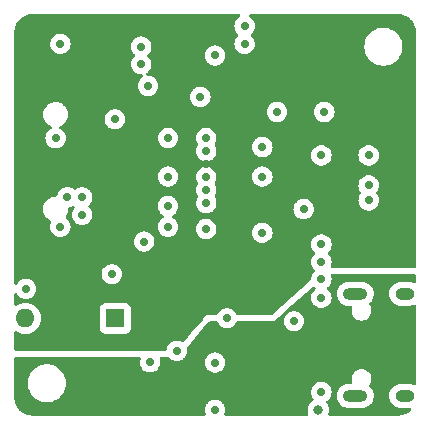
<source format=gbr>
%TF.GenerationSoftware,KiCad,Pcbnew,(6.0.4)*%
%TF.CreationDate,2023-08-29T14:34:22+02:00*%
%TF.ProjectId,big_black_box_pcb_cad,6269675f-626c-4616-936b-5f626f785f70,rev?*%
%TF.SameCoordinates,Original*%
%TF.FileFunction,Copper,L3,Inr*%
%TF.FilePolarity,Positive*%
%FSLAX46Y46*%
G04 Gerber Fmt 4.6, Leading zero omitted, Abs format (unit mm)*
G04 Created by KiCad (PCBNEW (6.0.4)) date 2023-08-29 14:34:22*
%MOMM*%
%LPD*%
G01*
G04 APERTURE LIST*
%TA.AperFunction,ComponentPad*%
%ADD10R,1.600000X1.600000*%
%TD*%
%TA.AperFunction,ComponentPad*%
%ADD11O,1.600000X1.600000*%
%TD*%
%TA.AperFunction,ComponentPad*%
%ADD12O,2.100000X1.000000*%
%TD*%
%TA.AperFunction,ComponentPad*%
%ADD13O,1.600000X1.000000*%
%TD*%
%TA.AperFunction,ViaPad*%
%ADD14C,0.700000*%
%TD*%
%TA.AperFunction,ViaPad*%
%ADD15C,0.800000*%
%TD*%
G04 APERTURE END LIST*
D10*
%TO.N,Net-(Q101-Pad3)*%
%TO.C,SW102*%
X148050000Y-106250000D03*
D11*
%TO.N,VBAT*%
X140430000Y-106250000D03*
%TD*%
D12*
%TO.N,GND*%
%TO.C,J101*%
X168370000Y-112820000D03*
D13*
X172550000Y-112820000D03*
D12*
X168370000Y-104180000D03*
D13*
X172550000Y-104180000D03*
%TD*%
D14*
%TO.N,MCU_VBAT*%
X158200000Y-95200000D03*
%TO.N,SD_CD*%
X155750000Y-98700000D03*
%TO.N,SD_D0*%
X155750000Y-96500000D03*
%TO.N,GND*%
X155750000Y-95400000D03*
%TO.N,SD_CLK*%
X155750000Y-94300000D03*
%TO.N,MCU_VBAT*%
X155750000Y-93200000D03*
%TO.N,SD_CMD*%
X155750000Y-92100000D03*
%TO.N,SD_D3*%
X155750000Y-91000000D03*
%TO.N,SD_D2*%
X160500000Y-94250000D03*
%TO.N,SD_D1*%
X164000000Y-97000000D03*
%TO.N,GND*%
X160500000Y-91750000D03*
X169500000Y-96270000D03*
X153250000Y-109000000D03*
X148007449Y-89396537D03*
X150250000Y-83250000D03*
X152500000Y-98500000D03*
X161750000Y-88775000D03*
X150835877Y-86568109D03*
X165500000Y-101500000D03*
X144000000Y-96000000D03*
X150250000Y-84750000D03*
X157500000Y-106250000D03*
X165500000Y-112500000D03*
X143400000Y-83000000D03*
X143000000Y-91000000D03*
X165500000Y-104500000D03*
X145250000Y-96000000D03*
X145250000Y-97490000D03*
X163175000Y-106500000D03*
X156500000Y-110000000D03*
X165500000Y-102925000D03*
X151000000Y-109980000D03*
X143400000Y-98500000D03*
X150500000Y-99750000D03*
X160500000Y-99000000D03*
X140500000Y-103750000D03*
X152500000Y-91000000D03*
X165749999Y-88775000D03*
X165500000Y-100000000D03*
D15*
X165250000Y-114000000D03*
D14*
X159000000Y-83000000D03*
X147750000Y-102525000D03*
X156500000Y-84000000D03*
X169500000Y-92460000D03*
X169500000Y-95000000D03*
X152500000Y-96750000D03*
%TO.N,+5V*%
X157500000Y-107750000D03*
X165500000Y-106050000D03*
X165500000Y-110950000D03*
X149500000Y-109980000D03*
%TO.N,JTAG_NRST*%
X165500000Y-92460000D03*
X152500000Y-94250000D03*
%TO.N,GYRO_SDA*%
X155250000Y-87500000D03*
X159000000Y-81500000D03*
%TO.N,MCU_VBAT*%
X147250000Y-86750000D03*
X153025000Y-81500000D03*
X161749999Y-87225001D03*
X147750000Y-100975000D03*
X164000000Y-91250000D03*
X149103463Y-90492551D03*
X169500000Y-97540000D03*
X151931891Y-87664123D03*
X161250000Y-101000000D03*
X153000000Y-86750000D03*
X163500000Y-84750000D03*
X156000000Y-81500000D03*
X165749999Y-87225001D03*
X156500000Y-86500000D03*
X151750000Y-101000000D03*
X163500000Y-83250000D03*
%TO.N,CEL+*%
X156500000Y-114000000D03*
%TD*%
%TA.AperFunction,Conductor*%
%TO.N,MCU_VBAT*%
G36*
X158591581Y-80528502D02*
G01*
X158638074Y-80582158D01*
X158648178Y-80652432D01*
X158618684Y-80717012D01*
X158579795Y-80745836D01*
X158580139Y-80746433D01*
X158574939Y-80749435D01*
X158574706Y-80749608D01*
X158574417Y-80749736D01*
X158574411Y-80749739D01*
X158568386Y-80752422D01*
X158563045Y-80756302D01*
X158563044Y-80756303D01*
X158427731Y-80854613D01*
X158427729Y-80854615D01*
X158422387Y-80858496D01*
X158417966Y-80863406D01*
X158417965Y-80863407D01*
X158403768Y-80879175D01*
X158301633Y-80992607D01*
X158211401Y-81148893D01*
X158155635Y-81320525D01*
X158136771Y-81500000D01*
X158155635Y-81679475D01*
X158211401Y-81851107D01*
X158301633Y-82007393D01*
X158422387Y-82141504D01*
X158431125Y-82147853D01*
X158431416Y-82148064D01*
X158474770Y-82204287D01*
X158480845Y-82275023D01*
X158447713Y-82337814D01*
X158431415Y-82351936D01*
X158422387Y-82358496D01*
X158301633Y-82492607D01*
X158211401Y-82648893D01*
X158209359Y-82655178D01*
X158182547Y-82737699D01*
X158155635Y-82820525D01*
X158154945Y-82827088D01*
X158154945Y-82827089D01*
X158147398Y-82898893D01*
X158136771Y-83000000D01*
X158155635Y-83179475D01*
X158211401Y-83351107D01*
X158301633Y-83507393D01*
X158422387Y-83641504D01*
X158427729Y-83645385D01*
X158427731Y-83645387D01*
X158563043Y-83743697D01*
X158568385Y-83747578D01*
X158574413Y-83750262D01*
X158574415Y-83750263D01*
X158601453Y-83762301D01*
X158733248Y-83820980D01*
X158821508Y-83839740D01*
X158903311Y-83857128D01*
X158903315Y-83857128D01*
X158909768Y-83858500D01*
X159090232Y-83858500D01*
X159096685Y-83857128D01*
X159096689Y-83857128D01*
X159178492Y-83839740D01*
X159266752Y-83820980D01*
X159398547Y-83762301D01*
X159425585Y-83750263D01*
X159425587Y-83750262D01*
X159431615Y-83747578D01*
X159436957Y-83743697D01*
X159572269Y-83645387D01*
X159572271Y-83645385D01*
X159577613Y-83641504D01*
X159698367Y-83507393D01*
X159788599Y-83351107D01*
X159821450Y-83250000D01*
X169136526Y-83250000D01*
X169156391Y-83502403D01*
X169157545Y-83507210D01*
X169157546Y-83507216D01*
X169181461Y-83606830D01*
X169215495Y-83748591D01*
X169217388Y-83753162D01*
X169217389Y-83753164D01*
X169277409Y-83898064D01*
X169312384Y-83982502D01*
X169444672Y-84198376D01*
X169609102Y-84390898D01*
X169801624Y-84555328D01*
X170017498Y-84687616D01*
X170022068Y-84689509D01*
X170022072Y-84689511D01*
X170246836Y-84782611D01*
X170251409Y-84784505D01*
X170336032Y-84804821D01*
X170492784Y-84842454D01*
X170492790Y-84842455D01*
X170497597Y-84843609D01*
X170597416Y-84851465D01*
X170684345Y-84858307D01*
X170684352Y-84858307D01*
X170686801Y-84858500D01*
X170813199Y-84858500D01*
X170815648Y-84858307D01*
X170815655Y-84858307D01*
X170902584Y-84851465D01*
X171002403Y-84843609D01*
X171007210Y-84842455D01*
X171007216Y-84842454D01*
X171163968Y-84804821D01*
X171248591Y-84784505D01*
X171253164Y-84782611D01*
X171477928Y-84689511D01*
X171477932Y-84689509D01*
X171482502Y-84687616D01*
X171698376Y-84555328D01*
X171890898Y-84390898D01*
X172055328Y-84198376D01*
X172187616Y-83982502D01*
X172222592Y-83898064D01*
X172282611Y-83753164D01*
X172282612Y-83753162D01*
X172284505Y-83748591D01*
X172318539Y-83606830D01*
X172342454Y-83507216D01*
X172342455Y-83507210D01*
X172343609Y-83502403D01*
X172363474Y-83250000D01*
X172343609Y-82997597D01*
X172321422Y-82905178D01*
X172285660Y-82756221D01*
X172284505Y-82751409D01*
X172187616Y-82517498D01*
X172055328Y-82301624D01*
X171890898Y-82109102D01*
X171698376Y-81944672D01*
X171482502Y-81812384D01*
X171477932Y-81810491D01*
X171477928Y-81810489D01*
X171253164Y-81717389D01*
X171253162Y-81717388D01*
X171248591Y-81715495D01*
X171098556Y-81679475D01*
X171007216Y-81657546D01*
X171007210Y-81657545D01*
X171002403Y-81656391D01*
X170902584Y-81648535D01*
X170815655Y-81641693D01*
X170815648Y-81641693D01*
X170813199Y-81641500D01*
X170686801Y-81641500D01*
X170684352Y-81641693D01*
X170684345Y-81641693D01*
X170597416Y-81648535D01*
X170497597Y-81656391D01*
X170492790Y-81657545D01*
X170492784Y-81657546D01*
X170401444Y-81679475D01*
X170251409Y-81715495D01*
X170246838Y-81717388D01*
X170246836Y-81717389D01*
X170022072Y-81810489D01*
X170022068Y-81810491D01*
X170017498Y-81812384D01*
X169801624Y-81944672D01*
X169609102Y-82109102D01*
X169444672Y-82301624D01*
X169312384Y-82517498D01*
X169215495Y-82751409D01*
X169214340Y-82756221D01*
X169178579Y-82905178D01*
X169156391Y-82997597D01*
X169136526Y-83250000D01*
X159821450Y-83250000D01*
X159844365Y-83179475D01*
X159863229Y-83000000D01*
X159852602Y-82898893D01*
X159845055Y-82827089D01*
X159845055Y-82827088D01*
X159844365Y-82820525D01*
X159817454Y-82737699D01*
X159790641Y-82655178D01*
X159788599Y-82648893D01*
X159698367Y-82492607D01*
X159577613Y-82358496D01*
X159568584Y-82351936D01*
X159525230Y-82295713D01*
X159519155Y-82224977D01*
X159552287Y-82162186D01*
X159568584Y-82148064D01*
X159568875Y-82147853D01*
X159577613Y-82141504D01*
X159698367Y-82007393D01*
X159788599Y-81851107D01*
X159844365Y-81679475D01*
X159863229Y-81500000D01*
X159844365Y-81320525D01*
X159788599Y-81148893D01*
X159698367Y-80992607D01*
X159596233Y-80879175D01*
X159582035Y-80863407D01*
X159582034Y-80863406D01*
X159577613Y-80858496D01*
X159541298Y-80832111D01*
X159436957Y-80756303D01*
X159436956Y-80756302D01*
X159431615Y-80752422D01*
X159425590Y-80749740D01*
X159425584Y-80749736D01*
X159425295Y-80749608D01*
X159425155Y-80749489D01*
X159419862Y-80746433D01*
X159420421Y-80745465D01*
X159371198Y-80703629D01*
X159350547Y-80635703D01*
X159369898Y-80567394D01*
X159423107Y-80520391D01*
X159476541Y-80508500D01*
X171950633Y-80508500D01*
X171970018Y-80510000D01*
X171984851Y-80512310D01*
X171984855Y-80512310D01*
X171993724Y-80513691D01*
X172008981Y-80511696D01*
X172034302Y-80510953D01*
X172203285Y-80523039D01*
X172221064Y-80525596D01*
X172411392Y-80566999D01*
X172428641Y-80572063D01*
X172611150Y-80640136D01*
X172627502Y-80647604D01*
X172798458Y-80740952D01*
X172813582Y-80750672D01*
X172969514Y-80867402D01*
X172983100Y-80879175D01*
X173120825Y-81016900D01*
X173132598Y-81030486D01*
X173249328Y-81186418D01*
X173259048Y-81201542D01*
X173352396Y-81372498D01*
X173359864Y-81388850D01*
X173427937Y-81571359D01*
X173433001Y-81588607D01*
X173474404Y-81778936D01*
X173476961Y-81796715D01*
X173487773Y-81947883D01*
X173488540Y-81958601D01*
X173487793Y-81976565D01*
X173487692Y-81984845D01*
X173486309Y-81993724D01*
X173488771Y-82012552D01*
X173490436Y-82025283D01*
X173491500Y-82041621D01*
X173491500Y-101860500D01*
X173471498Y-101928621D01*
X173417842Y-101975114D01*
X173365500Y-101986500D01*
X166438013Y-101986500D01*
X166423183Y-101987136D01*
X166354270Y-101970071D01*
X166305521Y-101918457D01*
X166292416Y-101848680D01*
X166297954Y-101822317D01*
X166342324Y-101685757D01*
X166342325Y-101685754D01*
X166344365Y-101679475D01*
X166363229Y-101500000D01*
X166344365Y-101320525D01*
X166288599Y-101148893D01*
X166198367Y-100992607D01*
X166077613Y-100858496D01*
X166068584Y-100851936D01*
X166025230Y-100795713D01*
X166019155Y-100724977D01*
X166052287Y-100662186D01*
X166068584Y-100648064D01*
X166068875Y-100647853D01*
X166077613Y-100641504D01*
X166198367Y-100507393D01*
X166288599Y-100351107D01*
X166311175Y-100281625D01*
X166342325Y-100185754D01*
X166342325Y-100185753D01*
X166344365Y-100179475D01*
X166352001Y-100106830D01*
X166362539Y-100006565D01*
X166363229Y-100000000D01*
X166344365Y-99820525D01*
X166288599Y-99648893D01*
X166198367Y-99492607D01*
X166077613Y-99358496D01*
X166059571Y-99345387D01*
X165936957Y-99256303D01*
X165936956Y-99256302D01*
X165931615Y-99252422D01*
X165925587Y-99249738D01*
X165925585Y-99249737D01*
X165772783Y-99181705D01*
X165772781Y-99181705D01*
X165766752Y-99179020D01*
X165678492Y-99160260D01*
X165596689Y-99142872D01*
X165596685Y-99142872D01*
X165590232Y-99141500D01*
X165409768Y-99141500D01*
X165403315Y-99142872D01*
X165403311Y-99142872D01*
X165321508Y-99160260D01*
X165233248Y-99179020D01*
X165227219Y-99181704D01*
X165227217Y-99181705D01*
X165074416Y-99249737D01*
X165074414Y-99249738D01*
X165068386Y-99252422D01*
X165063045Y-99256302D01*
X165063044Y-99256303D01*
X164927731Y-99354613D01*
X164927729Y-99354615D01*
X164922387Y-99358496D01*
X164801633Y-99492607D01*
X164711401Y-99648893D01*
X164655635Y-99820525D01*
X164636771Y-100000000D01*
X164637461Y-100006565D01*
X164648000Y-100106830D01*
X164655635Y-100179475D01*
X164657675Y-100185753D01*
X164657675Y-100185754D01*
X164688825Y-100281625D01*
X164711401Y-100351107D01*
X164801633Y-100507393D01*
X164922387Y-100641504D01*
X164931125Y-100647853D01*
X164931416Y-100648064D01*
X164974770Y-100704287D01*
X164980845Y-100775023D01*
X164947713Y-100837814D01*
X164931415Y-100851936D01*
X164922387Y-100858496D01*
X164801633Y-100992607D01*
X164711401Y-101148893D01*
X164655635Y-101320525D01*
X164636771Y-101500000D01*
X164655635Y-101679475D01*
X164711401Y-101851107D01*
X164801633Y-102007393D01*
X164806051Y-102012300D01*
X164806052Y-102012301D01*
X164910399Y-102128190D01*
X164941117Y-102192197D01*
X164932352Y-102262651D01*
X164910399Y-102296810D01*
X164872190Y-102339246D01*
X164801633Y-102417607D01*
X164711401Y-102573893D01*
X164709359Y-102580178D01*
X164671106Y-102697911D01*
X164655635Y-102745525D01*
X164636771Y-102925000D01*
X164637461Y-102931565D01*
X164637461Y-102932340D01*
X164617459Y-103000461D01*
X164595171Y-103026514D01*
X161397791Y-105868630D01*
X161385801Y-105878053D01*
X161305359Y-105933743D01*
X161278417Y-105947921D01*
X161198580Y-105978275D01*
X161153802Y-105986500D01*
X158412994Y-105986500D01*
X158412138Y-105986524D01*
X158411182Y-105986538D01*
X158411178Y-105986237D01*
X158343591Y-105968488D01*
X158295572Y-105916193D01*
X158293512Y-105911122D01*
X158293325Y-105911205D01*
X158290640Y-105905174D01*
X158288599Y-105898893D01*
X158198367Y-105742607D01*
X158077613Y-105608496D01*
X158063495Y-105598238D01*
X157936957Y-105506303D01*
X157936956Y-105506302D01*
X157931615Y-105502422D01*
X157925587Y-105499738D01*
X157925585Y-105499737D01*
X157772783Y-105431705D01*
X157772781Y-105431705D01*
X157766752Y-105429020D01*
X157655077Y-105405283D01*
X157596689Y-105392872D01*
X157596685Y-105392872D01*
X157590232Y-105391500D01*
X157409768Y-105391500D01*
X157403315Y-105392872D01*
X157403311Y-105392872D01*
X157344923Y-105405283D01*
X157233248Y-105429020D01*
X157227219Y-105431704D01*
X157227217Y-105431705D01*
X157074416Y-105499737D01*
X157074414Y-105499738D01*
X157068386Y-105502422D01*
X157063045Y-105506302D01*
X157063044Y-105506303D01*
X156927731Y-105604613D01*
X156927729Y-105604615D01*
X156922387Y-105608496D01*
X156801633Y-105742607D01*
X156711401Y-105898893D01*
X156709360Y-105905174D01*
X156706675Y-105911205D01*
X156704089Y-105910054D01*
X156671003Y-105958388D01*
X156605592Y-105985992D01*
X156587006Y-105986387D01*
X156587006Y-105986500D01*
X156243400Y-105986500D01*
X156242253Y-105986542D01*
X156242247Y-105986542D01*
X156235910Y-105986774D01*
X156205937Y-105987868D01*
X156204787Y-105987952D01*
X156204771Y-105987953D01*
X156188751Y-105989125D01*
X156188742Y-105989126D01*
X156187605Y-105989209D01*
X156150357Y-105993305D01*
X156113950Y-105998659D01*
X156095618Y-106000000D01*
X155750000Y-106000000D01*
X155600077Y-106179908D01*
X155492155Y-106309414D01*
X155475916Y-106328901D01*
X155472908Y-106332379D01*
X155453481Y-106354034D01*
X155449695Y-106358253D01*
X154840082Y-107089789D01*
X153875192Y-108247656D01*
X153816216Y-108287183D01*
X153745233Y-108288550D01*
X153704335Y-108268929D01*
X153686957Y-108256303D01*
X153686956Y-108256302D01*
X153681615Y-108252422D01*
X153675587Y-108249738D01*
X153675585Y-108249737D01*
X153522783Y-108181705D01*
X153522781Y-108181705D01*
X153516752Y-108179020D01*
X153428492Y-108160260D01*
X153346689Y-108142872D01*
X153346685Y-108142872D01*
X153340232Y-108141500D01*
X153159768Y-108141500D01*
X153153315Y-108142872D01*
X153153311Y-108142872D01*
X153071508Y-108160260D01*
X152983248Y-108179020D01*
X152977219Y-108181704D01*
X152977217Y-108181705D01*
X152824416Y-108249737D01*
X152824414Y-108249738D01*
X152818386Y-108252422D01*
X152813045Y-108256302D01*
X152813044Y-108256303D01*
X152677731Y-108354613D01*
X152677729Y-108354615D01*
X152672387Y-108358496D01*
X152551633Y-108492607D01*
X152461401Y-108648893D01*
X152405635Y-108820525D01*
X152404945Y-108827088D01*
X152404945Y-108827089D01*
X152400049Y-108873671D01*
X152373036Y-108939328D01*
X152314814Y-108979957D01*
X152274739Y-108986500D01*
X151920143Y-108986500D01*
X151876208Y-108988383D01*
X151854723Y-108990228D01*
X151853390Y-108990400D01*
X151853383Y-108990401D01*
X151842726Y-108991778D01*
X151811099Y-108995865D01*
X151807300Y-108997099D01*
X151781192Y-109000000D01*
X150182767Y-109000000D01*
X150164836Y-108998718D01*
X150084304Y-108987139D01*
X150084299Y-108987139D01*
X150079857Y-108986500D01*
X139634500Y-108986500D01*
X139566379Y-108966498D01*
X139519886Y-108912842D01*
X139508500Y-108860500D01*
X139508500Y-107444186D01*
X139528502Y-107376065D01*
X139582158Y-107329572D01*
X139652432Y-107319468D01*
X139706771Y-107340973D01*
X139773251Y-107387523D01*
X139778233Y-107389846D01*
X139778238Y-107389849D01*
X139975775Y-107481961D01*
X139980757Y-107484284D01*
X139986065Y-107485706D01*
X139986067Y-107485707D01*
X140196598Y-107542119D01*
X140196600Y-107542119D01*
X140201913Y-107543543D01*
X140430000Y-107563498D01*
X140658087Y-107543543D01*
X140663400Y-107542119D01*
X140663402Y-107542119D01*
X140873933Y-107485707D01*
X140873935Y-107485706D01*
X140879243Y-107484284D01*
X140884225Y-107481961D01*
X141081762Y-107389849D01*
X141081767Y-107389846D01*
X141086749Y-107387523D01*
X141228458Y-107288297D01*
X141269789Y-107259357D01*
X141269792Y-107259355D01*
X141274300Y-107256198D01*
X141432364Y-107098134D01*
X146741500Y-107098134D01*
X146748255Y-107160316D01*
X146799385Y-107296705D01*
X146886739Y-107413261D01*
X147003295Y-107500615D01*
X147139684Y-107551745D01*
X147201866Y-107558500D01*
X148898134Y-107558500D01*
X148960316Y-107551745D01*
X149096705Y-107500615D01*
X149213261Y-107413261D01*
X149300615Y-107296705D01*
X149351745Y-107160316D01*
X149358500Y-107098134D01*
X149358500Y-105401866D01*
X149351745Y-105339684D01*
X149300615Y-105203295D01*
X149213261Y-105086739D01*
X149096705Y-104999385D01*
X148960316Y-104948255D01*
X148898134Y-104941500D01*
X147201866Y-104941500D01*
X147139684Y-104948255D01*
X147003295Y-104999385D01*
X146886739Y-105086739D01*
X146799385Y-105203295D01*
X146748255Y-105339684D01*
X146741500Y-105401866D01*
X146741500Y-107098134D01*
X141432364Y-107098134D01*
X141436198Y-107094300D01*
X141567523Y-106906749D01*
X141569846Y-106901767D01*
X141569849Y-106901762D01*
X141661961Y-106704225D01*
X141661961Y-106704224D01*
X141664284Y-106699243D01*
X141723543Y-106478087D01*
X141743498Y-106250000D01*
X141723543Y-106021913D01*
X141720468Y-106010436D01*
X141665707Y-105806067D01*
X141665706Y-105806065D01*
X141664284Y-105800757D01*
X141639835Y-105748325D01*
X141569849Y-105598238D01*
X141569846Y-105598233D01*
X141567523Y-105593251D01*
X141436198Y-105405700D01*
X141274300Y-105243802D01*
X141269792Y-105240645D01*
X141269789Y-105240643D01*
X141153229Y-105159027D01*
X141086749Y-105112477D01*
X141081767Y-105110154D01*
X141081762Y-105110151D01*
X140884225Y-105018039D01*
X140884224Y-105018039D01*
X140879243Y-105015716D01*
X140873935Y-105014294D01*
X140873933Y-105014293D01*
X140663402Y-104957881D01*
X140663400Y-104957881D01*
X140658087Y-104956457D01*
X140430000Y-104936502D01*
X140201913Y-104956457D01*
X140196600Y-104957881D01*
X140196598Y-104957881D01*
X139986067Y-105014293D01*
X139986065Y-105014294D01*
X139980757Y-105015716D01*
X139975776Y-105018039D01*
X139975775Y-105018039D01*
X139778238Y-105110151D01*
X139778233Y-105110154D01*
X139773251Y-105112477D01*
X139706771Y-105159027D01*
X139639497Y-105181715D01*
X139570637Y-105164430D01*
X139522052Y-105112660D01*
X139508500Y-105055814D01*
X139508500Y-104219910D01*
X139528502Y-104151789D01*
X139582158Y-104105296D01*
X139652432Y-104095192D01*
X139717012Y-104124686D01*
X139743619Y-104156910D01*
X139801633Y-104257393D01*
X139922387Y-104391504D01*
X140068385Y-104497578D01*
X140074413Y-104500262D01*
X140074415Y-104500263D01*
X140227217Y-104568295D01*
X140233248Y-104570980D01*
X140321508Y-104589740D01*
X140403311Y-104607128D01*
X140403315Y-104607128D01*
X140409768Y-104608500D01*
X140590232Y-104608500D01*
X140596685Y-104607128D01*
X140596689Y-104607128D01*
X140678492Y-104589740D01*
X140766752Y-104570980D01*
X140772783Y-104568295D01*
X140925585Y-104500263D01*
X140925587Y-104500262D01*
X140931615Y-104497578D01*
X141077613Y-104391504D01*
X141198367Y-104257393D01*
X141288599Y-104101107D01*
X141344365Y-103929475D01*
X141363229Y-103750000D01*
X141344365Y-103570525D01*
X141288599Y-103398893D01*
X141198367Y-103242607D01*
X141077613Y-103108496D01*
X141052605Y-103090326D01*
X140936957Y-103006303D01*
X140936956Y-103006302D01*
X140931615Y-103002422D01*
X140925587Y-102999738D01*
X140925585Y-102999737D01*
X140772783Y-102931705D01*
X140772781Y-102931705D01*
X140766752Y-102929020D01*
X140678492Y-102910260D01*
X140596689Y-102892872D01*
X140596685Y-102892872D01*
X140590232Y-102891500D01*
X140409768Y-102891500D01*
X140403315Y-102892872D01*
X140403311Y-102892872D01*
X140321508Y-102910260D01*
X140233248Y-102929020D01*
X140227219Y-102931704D01*
X140227217Y-102931705D01*
X140074416Y-102999737D01*
X140074414Y-102999738D01*
X140068386Y-103002422D01*
X140063045Y-103006302D01*
X140063044Y-103006303D01*
X139927731Y-103104613D01*
X139927729Y-103104615D01*
X139922387Y-103108496D01*
X139801633Y-103242607D01*
X139743619Y-103343090D01*
X139692236Y-103392083D01*
X139622523Y-103405519D01*
X139556612Y-103379133D01*
X139515430Y-103321300D01*
X139508500Y-103280090D01*
X139508500Y-102525000D01*
X146886771Y-102525000D01*
X146905635Y-102704475D01*
X146907675Y-102710753D01*
X146907675Y-102710754D01*
X146938825Y-102806625D01*
X146961401Y-102876107D01*
X147051633Y-103032393D01*
X147056051Y-103037300D01*
X147056052Y-103037301D01*
X147167965Y-103161593D01*
X147172387Y-103166504D01*
X147177729Y-103170385D01*
X147177731Y-103170387D01*
X147313043Y-103268697D01*
X147318385Y-103272578D01*
X147324413Y-103275262D01*
X147324415Y-103275263D01*
X147335257Y-103280090D01*
X147483248Y-103345980D01*
X147571508Y-103364740D01*
X147653311Y-103382128D01*
X147653315Y-103382128D01*
X147659768Y-103383500D01*
X147840232Y-103383500D01*
X147846685Y-103382128D01*
X147846689Y-103382128D01*
X147928492Y-103364740D01*
X148016752Y-103345980D01*
X148164743Y-103280090D01*
X148175585Y-103275263D01*
X148175587Y-103275262D01*
X148181615Y-103272578D01*
X148186957Y-103268697D01*
X148322269Y-103170387D01*
X148322271Y-103170385D01*
X148327613Y-103166504D01*
X148332035Y-103161593D01*
X148443948Y-103037301D01*
X148443949Y-103037300D01*
X148448367Y-103032393D01*
X148538599Y-102876107D01*
X148561175Y-102806625D01*
X148592325Y-102710754D01*
X148592325Y-102710753D01*
X148594365Y-102704475D01*
X148613229Y-102525000D01*
X148594365Y-102345525D01*
X148538599Y-102173893D01*
X148448367Y-102017607D01*
X148443590Y-102012301D01*
X148332035Y-101888407D01*
X148332034Y-101888406D01*
X148327613Y-101883496D01*
X148290911Y-101856830D01*
X148186957Y-101781303D01*
X148186956Y-101781302D01*
X148181615Y-101777422D01*
X148175587Y-101774738D01*
X148175585Y-101774737D01*
X148022783Y-101706705D01*
X148022781Y-101706705D01*
X148016752Y-101704020D01*
X147928492Y-101685260D01*
X147846689Y-101667872D01*
X147846685Y-101667872D01*
X147840232Y-101666500D01*
X147659768Y-101666500D01*
X147653315Y-101667872D01*
X147653311Y-101667872D01*
X147571508Y-101685260D01*
X147483248Y-101704020D01*
X147477219Y-101706704D01*
X147477217Y-101706705D01*
X147324416Y-101774737D01*
X147324414Y-101774738D01*
X147318386Y-101777422D01*
X147313045Y-101781302D01*
X147313044Y-101781303D01*
X147177731Y-101879613D01*
X147177729Y-101879615D01*
X147172387Y-101883496D01*
X147167966Y-101888406D01*
X147167965Y-101888407D01*
X147056411Y-102012301D01*
X147051633Y-102017607D01*
X146961401Y-102173893D01*
X146905635Y-102345525D01*
X146886771Y-102525000D01*
X139508500Y-102525000D01*
X139508500Y-99750000D01*
X149636771Y-99750000D01*
X149655635Y-99929475D01*
X149711401Y-100101107D01*
X149801633Y-100257393D01*
X149922387Y-100391504D01*
X150068385Y-100497578D01*
X150074413Y-100500262D01*
X150074415Y-100500263D01*
X150101453Y-100512301D01*
X150233248Y-100570980D01*
X150321508Y-100589740D01*
X150403311Y-100607128D01*
X150403315Y-100607128D01*
X150409768Y-100608500D01*
X150590232Y-100608500D01*
X150596685Y-100607128D01*
X150596689Y-100607128D01*
X150678492Y-100589740D01*
X150766752Y-100570980D01*
X150898547Y-100512301D01*
X150925585Y-100500263D01*
X150925587Y-100500262D01*
X150931615Y-100497578D01*
X151077613Y-100391504D01*
X151198367Y-100257393D01*
X151288599Y-100101107D01*
X151344365Y-99929475D01*
X151363229Y-99750000D01*
X151352602Y-99648893D01*
X151345055Y-99577089D01*
X151345055Y-99577088D01*
X151344365Y-99570525D01*
X151317454Y-99487699D01*
X151290641Y-99405178D01*
X151288599Y-99398893D01*
X151198367Y-99242607D01*
X151171080Y-99212301D01*
X151082035Y-99113407D01*
X151082034Y-99113406D01*
X151077613Y-99108496D01*
X150989974Y-99044822D01*
X150936957Y-99006303D01*
X150936956Y-99006302D01*
X150931615Y-99002422D01*
X150925587Y-98999738D01*
X150925585Y-98999737D01*
X150772783Y-98931705D01*
X150772781Y-98931705D01*
X150766752Y-98929020D01*
X150678492Y-98910260D01*
X150596689Y-98892872D01*
X150596685Y-98892872D01*
X150590232Y-98891500D01*
X150409768Y-98891500D01*
X150403315Y-98892872D01*
X150403311Y-98892872D01*
X150321508Y-98910260D01*
X150233248Y-98929020D01*
X150227219Y-98931704D01*
X150227217Y-98931705D01*
X150074416Y-98999737D01*
X150074414Y-98999738D01*
X150068386Y-99002422D01*
X150063045Y-99006302D01*
X150063044Y-99006303D01*
X149927731Y-99104613D01*
X149927729Y-99104615D01*
X149922387Y-99108496D01*
X149917966Y-99113406D01*
X149917965Y-99113407D01*
X149828921Y-99212301D01*
X149801633Y-99242607D01*
X149711401Y-99398893D01*
X149709359Y-99405178D01*
X149682547Y-99487699D01*
X149655635Y-99570525D01*
X149654945Y-99577088D01*
X149654945Y-99577089D01*
X149647398Y-99648893D01*
X149636771Y-99750000D01*
X139508500Y-99750000D01*
X139508500Y-96992575D01*
X141936404Y-96992575D01*
X141955218Y-97199303D01*
X141956956Y-97205209D01*
X141956957Y-97205213D01*
X141973759Y-97262301D01*
X142013827Y-97398440D01*
X142109999Y-97582400D01*
X142240071Y-97744177D01*
X142244788Y-97748135D01*
X142244790Y-97748137D01*
X142246697Y-97749737D01*
X142399089Y-97877609D01*
X142404481Y-97880573D01*
X142404485Y-97880576D01*
X142566387Y-97969582D01*
X142616446Y-98019928D01*
X142631339Y-98089345D01*
X142616704Y-98136837D01*
X142617389Y-98137142D01*
X142614859Y-98142825D01*
X142614806Y-98142995D01*
X142611401Y-98148893D01*
X142609359Y-98155178D01*
X142558291Y-98312352D01*
X142555635Y-98320525D01*
X142536771Y-98500000D01*
X142555635Y-98679475D01*
X142611401Y-98851107D01*
X142614704Y-98856829D01*
X142614705Y-98856830D01*
X142634722Y-98891500D01*
X142701633Y-99007393D01*
X142822387Y-99141504D01*
X142827729Y-99145385D01*
X142827731Y-99145387D01*
X142961543Y-99242607D01*
X142968385Y-99247578D01*
X142974413Y-99250262D01*
X142974415Y-99250263D01*
X143127217Y-99318295D01*
X143133248Y-99320980D01*
X143221508Y-99339740D01*
X143303311Y-99357128D01*
X143303315Y-99357128D01*
X143309768Y-99358500D01*
X143490232Y-99358500D01*
X143496685Y-99357128D01*
X143496689Y-99357128D01*
X143578492Y-99339740D01*
X143666752Y-99320980D01*
X143672783Y-99318295D01*
X143825585Y-99250263D01*
X143825587Y-99250262D01*
X143831615Y-99247578D01*
X143838457Y-99242607D01*
X143972269Y-99145387D01*
X143972271Y-99145385D01*
X143977613Y-99141504D01*
X144098367Y-99007393D01*
X144165278Y-98891500D01*
X144185295Y-98856830D01*
X144185296Y-98856829D01*
X144188599Y-98851107D01*
X144244365Y-98679475D01*
X144263229Y-98500000D01*
X151636771Y-98500000D01*
X151655635Y-98679475D01*
X151711401Y-98851107D01*
X151714704Y-98856829D01*
X151714705Y-98856830D01*
X151734722Y-98891500D01*
X151801633Y-99007393D01*
X151922387Y-99141504D01*
X151927729Y-99145385D01*
X151927731Y-99145387D01*
X152061543Y-99242607D01*
X152068385Y-99247578D01*
X152074413Y-99250262D01*
X152074415Y-99250263D01*
X152227217Y-99318295D01*
X152233248Y-99320980D01*
X152321508Y-99339740D01*
X152403311Y-99357128D01*
X152403315Y-99357128D01*
X152409768Y-99358500D01*
X152590232Y-99358500D01*
X152596685Y-99357128D01*
X152596689Y-99357128D01*
X152678492Y-99339740D01*
X152766752Y-99320980D01*
X152772783Y-99318295D01*
X152925585Y-99250263D01*
X152925587Y-99250262D01*
X152931615Y-99247578D01*
X152938457Y-99242607D01*
X153072269Y-99145387D01*
X153072271Y-99145385D01*
X153077613Y-99141504D01*
X153198367Y-99007393D01*
X153265278Y-98891500D01*
X153285295Y-98856830D01*
X153285296Y-98856829D01*
X153288599Y-98851107D01*
X153337696Y-98700000D01*
X154886771Y-98700000D01*
X154905635Y-98879475D01*
X154961401Y-99051107D01*
X155051633Y-99207393D01*
X155056051Y-99212300D01*
X155056052Y-99212301D01*
X155153907Y-99320980D01*
X155172387Y-99341504D01*
X155177729Y-99345385D01*
X155177731Y-99345387D01*
X155313043Y-99443697D01*
X155318385Y-99447578D01*
X155324413Y-99450262D01*
X155324415Y-99450263D01*
X155477217Y-99518295D01*
X155483248Y-99520980D01*
X155571508Y-99539740D01*
X155653311Y-99557128D01*
X155653315Y-99557128D01*
X155659768Y-99558500D01*
X155840232Y-99558500D01*
X155846685Y-99557128D01*
X155846689Y-99557128D01*
X155928492Y-99539740D01*
X156016752Y-99520980D01*
X156022783Y-99518295D01*
X156175585Y-99450263D01*
X156175587Y-99450262D01*
X156181615Y-99447578D01*
X156186957Y-99443697D01*
X156322269Y-99345387D01*
X156322271Y-99345385D01*
X156327613Y-99341504D01*
X156346093Y-99320980D01*
X156443948Y-99212301D01*
X156443949Y-99212300D01*
X156448367Y-99207393D01*
X156538599Y-99051107D01*
X156555204Y-99000000D01*
X159636771Y-99000000D01*
X159637461Y-99006565D01*
X159647767Y-99104613D01*
X159655635Y-99179475D01*
X159711401Y-99351107D01*
X159801633Y-99507393D01*
X159806051Y-99512300D01*
X159806052Y-99512301D01*
X159917965Y-99636593D01*
X159922387Y-99641504D01*
X159927729Y-99645385D01*
X159927731Y-99645387D01*
X160063043Y-99743697D01*
X160068385Y-99747578D01*
X160074413Y-99750262D01*
X160074415Y-99750263D01*
X160218123Y-99814246D01*
X160233248Y-99820980D01*
X160321508Y-99839740D01*
X160403311Y-99857128D01*
X160403315Y-99857128D01*
X160409768Y-99858500D01*
X160590232Y-99858500D01*
X160596685Y-99857128D01*
X160596689Y-99857128D01*
X160678492Y-99839740D01*
X160766752Y-99820980D01*
X160781877Y-99814246D01*
X160925585Y-99750263D01*
X160925587Y-99750262D01*
X160931615Y-99747578D01*
X160936957Y-99743697D01*
X161072269Y-99645387D01*
X161072271Y-99645385D01*
X161077613Y-99641504D01*
X161082035Y-99636593D01*
X161193948Y-99512301D01*
X161193949Y-99512300D01*
X161198367Y-99507393D01*
X161288599Y-99351107D01*
X161344365Y-99179475D01*
X161352234Y-99104613D01*
X161362539Y-99006565D01*
X161363229Y-99000000D01*
X161344365Y-98820525D01*
X161288599Y-98648893D01*
X161198367Y-98492607D01*
X161077613Y-98358496D01*
X161061967Y-98347128D01*
X160936957Y-98256303D01*
X160936956Y-98256302D01*
X160931615Y-98252422D01*
X160925587Y-98249738D01*
X160925585Y-98249737D01*
X160772783Y-98181705D01*
X160772781Y-98181705D01*
X160766752Y-98179020D01*
X160654583Y-98155178D01*
X160596689Y-98142872D01*
X160596685Y-98142872D01*
X160590232Y-98141500D01*
X160409768Y-98141500D01*
X160403315Y-98142872D01*
X160403311Y-98142872D01*
X160345417Y-98155178D01*
X160233248Y-98179020D01*
X160227219Y-98181704D01*
X160227217Y-98181705D01*
X160074416Y-98249737D01*
X160074414Y-98249738D01*
X160068386Y-98252422D01*
X160063045Y-98256302D01*
X160063044Y-98256303D01*
X159927731Y-98354613D01*
X159927729Y-98354615D01*
X159922387Y-98358496D01*
X159801633Y-98492607D01*
X159711401Y-98648893D01*
X159655635Y-98820525D01*
X159636771Y-99000000D01*
X156555204Y-99000000D01*
X156594365Y-98879475D01*
X156613229Y-98700000D01*
X156594365Y-98520525D01*
X156538599Y-98348893D01*
X156526011Y-98327089D01*
X156451668Y-98198325D01*
X156448367Y-98192607D01*
X156403857Y-98143173D01*
X156332035Y-98063407D01*
X156332034Y-98063406D01*
X156327613Y-98058496D01*
X156250268Y-98002301D01*
X156186957Y-97956303D01*
X156186956Y-97956302D01*
X156181615Y-97952422D01*
X156175587Y-97949738D01*
X156175585Y-97949737D01*
X156022783Y-97881705D01*
X156022781Y-97881705D01*
X156016752Y-97879020D01*
X155901925Y-97854613D01*
X155846689Y-97842872D01*
X155846685Y-97842872D01*
X155840232Y-97841500D01*
X155659768Y-97841500D01*
X155653315Y-97842872D01*
X155653311Y-97842872D01*
X155598075Y-97854613D01*
X155483248Y-97879020D01*
X155477219Y-97881704D01*
X155477217Y-97881705D01*
X155324416Y-97949737D01*
X155324414Y-97949738D01*
X155318386Y-97952422D01*
X155313045Y-97956302D01*
X155313044Y-97956303D01*
X155177731Y-98054613D01*
X155177729Y-98054615D01*
X155172387Y-98058496D01*
X155167966Y-98063406D01*
X155167965Y-98063407D01*
X155096144Y-98143173D01*
X155051633Y-98192607D01*
X155048332Y-98198325D01*
X154973990Y-98327089D01*
X154961401Y-98348893D01*
X154905635Y-98520525D01*
X154886771Y-98700000D01*
X153337696Y-98700000D01*
X153344365Y-98679475D01*
X153363229Y-98500000D01*
X153344365Y-98320525D01*
X153341710Y-98312352D01*
X153290641Y-98155178D01*
X153288599Y-98148893D01*
X153285195Y-98142996D01*
X153253311Y-98087773D01*
X153198367Y-97992607D01*
X153184867Y-97977613D01*
X153082035Y-97863407D01*
X153082034Y-97863406D01*
X153077613Y-97858496D01*
X153061557Y-97846830D01*
X152936957Y-97756303D01*
X152936956Y-97756302D01*
X152931615Y-97752422D01*
X152925587Y-97749738D01*
X152925585Y-97749737D01*
X152903955Y-97740107D01*
X152849859Y-97694127D01*
X152829210Y-97626200D01*
X152848562Y-97557892D01*
X152903955Y-97509893D01*
X152925585Y-97500263D01*
X152925587Y-97500262D01*
X152931615Y-97497578D01*
X153049169Y-97412170D01*
X153072269Y-97395387D01*
X153072271Y-97395385D01*
X153077613Y-97391504D01*
X153150527Y-97310525D01*
X153193948Y-97262301D01*
X153193949Y-97262300D01*
X153198367Y-97257393D01*
X153288599Y-97101107D01*
X153317046Y-97013554D01*
X153342325Y-96935754D01*
X153342325Y-96935753D01*
X153344365Y-96929475D01*
X153352001Y-96856830D01*
X153362539Y-96756565D01*
X153363229Y-96750000D01*
X153353263Y-96655178D01*
X153345055Y-96577089D01*
X153345055Y-96577088D01*
X153344365Y-96570525D01*
X153321451Y-96500000D01*
X154886771Y-96500000D01*
X154887461Y-96506565D01*
X154898840Y-96614822D01*
X154905635Y-96679475D01*
X154961401Y-96851107D01*
X155051633Y-97007393D01*
X155056051Y-97012300D01*
X155056052Y-97012301D01*
X155063221Y-97020263D01*
X155172387Y-97141504D01*
X155177729Y-97145385D01*
X155177731Y-97145387D01*
X155271991Y-97213871D01*
X155318385Y-97247578D01*
X155324413Y-97250262D01*
X155324415Y-97250263D01*
X155477217Y-97318295D01*
X155483248Y-97320980D01*
X155571508Y-97339740D01*
X155653311Y-97357128D01*
X155653315Y-97357128D01*
X155659768Y-97358500D01*
X155840232Y-97358500D01*
X155846685Y-97357128D01*
X155846689Y-97357128D01*
X155928492Y-97339740D01*
X156016752Y-97320980D01*
X156022783Y-97318295D01*
X156175585Y-97250263D01*
X156175587Y-97250262D01*
X156181615Y-97247578D01*
X156228009Y-97213871D01*
X156322269Y-97145387D01*
X156322271Y-97145385D01*
X156327613Y-97141504D01*
X156436779Y-97020263D01*
X156443948Y-97012301D01*
X156443949Y-97012300D01*
X156448367Y-97007393D01*
X156452635Y-97000000D01*
X163136771Y-97000000D01*
X163137461Y-97006565D01*
X163151370Y-97138893D01*
X163155635Y-97179475D01*
X163157675Y-97185753D01*
X163157675Y-97185754D01*
X163188825Y-97281625D01*
X163211401Y-97351107D01*
X163301633Y-97507393D01*
X163306051Y-97512300D01*
X163306052Y-97512301D01*
X163384579Y-97599514D01*
X163422387Y-97641504D01*
X163427729Y-97645385D01*
X163427731Y-97645387D01*
X163558102Y-97740107D01*
X163568385Y-97747578D01*
X163574413Y-97750262D01*
X163574415Y-97750263D01*
X163674606Y-97794871D01*
X163733248Y-97820980D01*
X163821508Y-97839740D01*
X163903311Y-97857128D01*
X163903315Y-97857128D01*
X163909768Y-97858500D01*
X164090232Y-97858500D01*
X164096685Y-97857128D01*
X164096689Y-97857128D01*
X164178492Y-97839740D01*
X164266752Y-97820980D01*
X164325394Y-97794871D01*
X164425585Y-97750263D01*
X164425587Y-97750262D01*
X164431615Y-97747578D01*
X164441898Y-97740107D01*
X164572269Y-97645387D01*
X164572271Y-97645385D01*
X164577613Y-97641504D01*
X164615421Y-97599514D01*
X164693948Y-97512301D01*
X164693949Y-97512300D01*
X164698367Y-97507393D01*
X164788599Y-97351107D01*
X164811175Y-97281625D01*
X164842325Y-97185754D01*
X164842325Y-97185753D01*
X164844365Y-97179475D01*
X164848631Y-97138893D01*
X164862539Y-97006565D01*
X164863229Y-97000000D01*
X164854336Y-96915387D01*
X164845055Y-96827089D01*
X164845055Y-96827088D01*
X164844365Y-96820525D01*
X164831946Y-96782301D01*
X164796403Y-96672911D01*
X164788599Y-96648893D01*
X164698367Y-96492607D01*
X164665185Y-96455754D01*
X164582035Y-96363407D01*
X164582034Y-96363406D01*
X164577613Y-96358496D01*
X164558793Y-96344822D01*
X164455809Y-96270000D01*
X168636771Y-96270000D01*
X168637461Y-96276565D01*
X168650985Y-96405230D01*
X168655635Y-96449475D01*
X168657675Y-96455753D01*
X168657675Y-96455754D01*
X168669649Y-96492607D01*
X168711401Y-96621107D01*
X168714704Y-96626829D01*
X168714705Y-96626830D01*
X168741310Y-96672911D01*
X168801633Y-96777393D01*
X168806051Y-96782300D01*
X168806052Y-96782301D01*
X168917965Y-96906593D01*
X168922387Y-96911504D01*
X168927729Y-96915385D01*
X168927731Y-96915387D01*
X169061122Y-97012301D01*
X169068385Y-97017578D01*
X169074413Y-97020262D01*
X169074415Y-97020263D01*
X169227217Y-97088295D01*
X169233248Y-97090980D01*
X169321508Y-97109740D01*
X169403311Y-97127128D01*
X169403315Y-97127128D01*
X169409768Y-97128500D01*
X169590232Y-97128500D01*
X169596685Y-97127128D01*
X169596689Y-97127128D01*
X169678492Y-97109740D01*
X169766752Y-97090980D01*
X169772783Y-97088295D01*
X169925585Y-97020263D01*
X169925587Y-97020262D01*
X169931615Y-97017578D01*
X169938878Y-97012301D01*
X170072269Y-96915387D01*
X170072271Y-96915385D01*
X170077613Y-96911504D01*
X170082035Y-96906593D01*
X170193948Y-96782301D01*
X170193949Y-96782300D01*
X170198367Y-96777393D01*
X170258690Y-96672911D01*
X170285295Y-96626830D01*
X170285296Y-96626829D01*
X170288599Y-96621107D01*
X170330351Y-96492607D01*
X170342325Y-96455754D01*
X170342325Y-96455753D01*
X170344365Y-96449475D01*
X170349016Y-96405230D01*
X170362539Y-96276565D01*
X170363229Y-96270000D01*
X170353024Y-96172911D01*
X170345055Y-96097089D01*
X170345055Y-96097088D01*
X170344365Y-96090525D01*
X170288599Y-95918893D01*
X170281960Y-95907393D01*
X170201670Y-95768328D01*
X170198367Y-95762607D01*
X170193166Y-95756830D01*
X170159383Y-95719311D01*
X170128666Y-95655303D01*
X170137430Y-95584849D01*
X170159383Y-95550689D01*
X170193948Y-95512301D01*
X170193949Y-95512300D01*
X170198367Y-95507393D01*
X170288599Y-95351107D01*
X170321536Y-95249737D01*
X170342325Y-95185754D01*
X170342325Y-95185753D01*
X170344365Y-95179475D01*
X170363229Y-95000000D01*
X170354085Y-94913000D01*
X170345055Y-94827089D01*
X170345055Y-94827088D01*
X170344365Y-94820525D01*
X170288599Y-94648893D01*
X170198367Y-94492607D01*
X170147177Y-94435754D01*
X170082035Y-94363407D01*
X170082034Y-94363406D01*
X170077613Y-94358496D01*
X170006137Y-94306565D01*
X169936957Y-94256303D01*
X169936956Y-94256302D01*
X169931615Y-94252422D01*
X169925587Y-94249738D01*
X169925585Y-94249737D01*
X169772783Y-94181705D01*
X169772781Y-94181705D01*
X169766752Y-94179020D01*
X169678492Y-94160260D01*
X169596689Y-94142872D01*
X169596685Y-94142872D01*
X169590232Y-94141500D01*
X169409768Y-94141500D01*
X169403315Y-94142872D01*
X169403311Y-94142872D01*
X169321508Y-94160260D01*
X169233248Y-94179020D01*
X169227219Y-94181704D01*
X169227217Y-94181705D01*
X169074416Y-94249737D01*
X169074414Y-94249738D01*
X169068386Y-94252422D01*
X169063045Y-94256302D01*
X169063044Y-94256303D01*
X168927731Y-94354613D01*
X168927729Y-94354615D01*
X168922387Y-94358496D01*
X168917966Y-94363406D01*
X168917965Y-94363407D01*
X168852824Y-94435754D01*
X168801633Y-94492607D01*
X168711401Y-94648893D01*
X168655635Y-94820525D01*
X168654945Y-94827088D01*
X168654945Y-94827089D01*
X168645915Y-94913000D01*
X168636771Y-95000000D01*
X168655635Y-95179475D01*
X168657675Y-95185753D01*
X168657675Y-95185754D01*
X168678464Y-95249737D01*
X168711401Y-95351107D01*
X168801633Y-95507393D01*
X168806051Y-95512300D01*
X168806052Y-95512301D01*
X168840617Y-95550689D01*
X168871334Y-95614697D01*
X168862570Y-95685151D01*
X168840617Y-95719311D01*
X168806835Y-95756830D01*
X168801633Y-95762607D01*
X168798330Y-95768328D01*
X168718041Y-95907393D01*
X168711401Y-95918893D01*
X168655635Y-96090525D01*
X168654945Y-96097088D01*
X168654945Y-96097089D01*
X168646976Y-96172911D01*
X168636771Y-96270000D01*
X164455809Y-96270000D01*
X164436957Y-96256303D01*
X164436956Y-96256302D01*
X164431615Y-96252422D01*
X164425587Y-96249738D01*
X164425585Y-96249737D01*
X164272783Y-96181705D01*
X164272781Y-96181705D01*
X164266752Y-96179020D01*
X164154583Y-96155178D01*
X164096689Y-96142872D01*
X164096685Y-96142872D01*
X164090232Y-96141500D01*
X163909768Y-96141500D01*
X163903315Y-96142872D01*
X163903311Y-96142872D01*
X163845417Y-96155178D01*
X163733248Y-96179020D01*
X163727219Y-96181704D01*
X163727217Y-96181705D01*
X163574416Y-96249737D01*
X163574414Y-96249738D01*
X163568386Y-96252422D01*
X163563045Y-96256302D01*
X163563044Y-96256303D01*
X163427731Y-96354613D01*
X163427729Y-96354615D01*
X163422387Y-96358496D01*
X163417966Y-96363406D01*
X163417965Y-96363407D01*
X163334816Y-96455754D01*
X163301633Y-96492607D01*
X163211401Y-96648893D01*
X163203597Y-96672911D01*
X163168055Y-96782301D01*
X163155635Y-96820525D01*
X163154945Y-96827088D01*
X163154945Y-96827089D01*
X163145664Y-96915387D01*
X163136771Y-97000000D01*
X156452635Y-97000000D01*
X156538599Y-96851107D01*
X156594365Y-96679475D01*
X156601161Y-96614822D01*
X156612539Y-96506565D01*
X156613229Y-96500000D01*
X156608578Y-96455754D01*
X156595055Y-96327089D01*
X156595055Y-96327088D01*
X156594365Y-96320525D01*
X156567454Y-96237699D01*
X156540641Y-96155178D01*
X156538599Y-96148893D01*
X156460141Y-96013000D01*
X156443403Y-95944005D01*
X156460141Y-95887000D01*
X156535295Y-95756830D01*
X156535296Y-95756829D01*
X156538599Y-95751107D01*
X156571810Y-95648893D01*
X156592325Y-95585754D01*
X156592325Y-95585753D01*
X156594365Y-95579475D01*
X156613229Y-95400000D01*
X156594365Y-95220525D01*
X156578895Y-95172911D01*
X156540641Y-95055178D01*
X156538599Y-95048893D01*
X156510523Y-95000263D01*
X156460141Y-94913000D01*
X156443403Y-94844005D01*
X156460141Y-94787000D01*
X156535295Y-94656830D01*
X156535296Y-94656829D01*
X156538599Y-94651107D01*
X156594365Y-94479475D01*
X156613229Y-94300000D01*
X156607974Y-94250000D01*
X159636771Y-94250000D01*
X159637461Y-94256565D01*
X159647767Y-94354613D01*
X159655635Y-94429475D01*
X159711401Y-94601107D01*
X159801633Y-94757393D01*
X159806051Y-94762300D01*
X159806052Y-94762301D01*
X159917965Y-94886593D01*
X159922387Y-94891504D01*
X159927729Y-94895385D01*
X159927731Y-94895387D01*
X160063043Y-94993697D01*
X160068385Y-94997578D01*
X160074413Y-95000262D01*
X160074415Y-95000263D01*
X160183640Y-95048893D01*
X160233248Y-95070980D01*
X160321508Y-95089740D01*
X160403311Y-95107128D01*
X160403315Y-95107128D01*
X160409768Y-95108500D01*
X160590232Y-95108500D01*
X160596685Y-95107128D01*
X160596689Y-95107128D01*
X160678492Y-95089740D01*
X160766752Y-95070980D01*
X160816360Y-95048893D01*
X160925585Y-95000263D01*
X160925587Y-95000262D01*
X160931615Y-94997578D01*
X160936957Y-94993697D01*
X161072269Y-94895387D01*
X161072271Y-94895385D01*
X161077613Y-94891504D01*
X161082035Y-94886593D01*
X161193948Y-94762301D01*
X161193949Y-94762300D01*
X161198367Y-94757393D01*
X161288599Y-94601107D01*
X161344365Y-94429475D01*
X161352234Y-94354613D01*
X161362539Y-94256565D01*
X161363229Y-94250000D01*
X161344365Y-94070525D01*
X161288599Y-93898893D01*
X161198367Y-93742607D01*
X161077613Y-93608496D01*
X160996739Y-93549737D01*
X160936957Y-93506303D01*
X160936956Y-93506302D01*
X160931615Y-93502422D01*
X160925587Y-93499738D01*
X160925585Y-93499737D01*
X160772783Y-93431705D01*
X160772781Y-93431705D01*
X160766752Y-93429020D01*
X160678492Y-93410260D01*
X160596689Y-93392872D01*
X160596685Y-93392872D01*
X160590232Y-93391500D01*
X160409768Y-93391500D01*
X160403315Y-93392872D01*
X160403311Y-93392872D01*
X160321508Y-93410260D01*
X160233248Y-93429020D01*
X160227219Y-93431704D01*
X160227217Y-93431705D01*
X160074416Y-93499737D01*
X160074414Y-93499738D01*
X160068386Y-93502422D01*
X160063045Y-93506302D01*
X160063044Y-93506303D01*
X159927731Y-93604613D01*
X159927729Y-93604615D01*
X159922387Y-93608496D01*
X159801633Y-93742607D01*
X159711401Y-93898893D01*
X159655635Y-94070525D01*
X159636771Y-94250000D01*
X156607974Y-94250000D01*
X156594365Y-94120525D01*
X156538599Y-93948893D01*
X156448367Y-93792607D01*
X156327613Y-93658496D01*
X156265554Y-93613407D01*
X156186957Y-93556303D01*
X156186956Y-93556302D01*
X156181615Y-93552422D01*
X156175587Y-93549738D01*
X156175585Y-93549737D01*
X156022783Y-93481705D01*
X156022781Y-93481705D01*
X156016752Y-93479020D01*
X155928492Y-93460260D01*
X155846689Y-93442872D01*
X155846685Y-93442872D01*
X155840232Y-93441500D01*
X155659768Y-93441500D01*
X155653315Y-93442872D01*
X155653311Y-93442872D01*
X155571508Y-93460260D01*
X155483248Y-93479020D01*
X155477219Y-93481704D01*
X155477217Y-93481705D01*
X155324416Y-93549737D01*
X155324414Y-93549738D01*
X155318386Y-93552422D01*
X155313045Y-93556302D01*
X155313044Y-93556303D01*
X155177731Y-93654613D01*
X155177729Y-93654615D01*
X155172387Y-93658496D01*
X155051633Y-93792607D01*
X154961401Y-93948893D01*
X154905635Y-94120525D01*
X154886771Y-94300000D01*
X154905635Y-94479475D01*
X154961401Y-94651107D01*
X154964704Y-94656829D01*
X154964705Y-94656830D01*
X155039859Y-94787000D01*
X155056597Y-94855995D01*
X155039859Y-94913000D01*
X154989478Y-95000263D01*
X154961401Y-95048893D01*
X154959359Y-95055178D01*
X154921106Y-95172911D01*
X154905635Y-95220525D01*
X154886771Y-95400000D01*
X154905635Y-95579475D01*
X154907675Y-95585753D01*
X154907675Y-95585754D01*
X154928190Y-95648893D01*
X154961401Y-95751107D01*
X154964704Y-95756829D01*
X154964705Y-95756830D01*
X155039859Y-95887000D01*
X155056597Y-95955995D01*
X155039859Y-96013000D01*
X154961401Y-96148893D01*
X154959359Y-96155178D01*
X154932547Y-96237699D01*
X154905635Y-96320525D01*
X154904945Y-96327088D01*
X154904945Y-96327089D01*
X154891422Y-96455754D01*
X154886771Y-96500000D01*
X153321451Y-96500000D01*
X153317454Y-96487699D01*
X153290641Y-96405178D01*
X153288599Y-96398893D01*
X153198367Y-96242607D01*
X153147177Y-96185754D01*
X153082035Y-96113407D01*
X153082034Y-96113406D01*
X153077613Y-96108496D01*
X153052879Y-96090525D01*
X152936957Y-96006303D01*
X152936956Y-96006302D01*
X152931615Y-96002422D01*
X152925587Y-95999738D01*
X152925585Y-95999737D01*
X152772783Y-95931705D01*
X152772781Y-95931705D01*
X152766752Y-95929020D01*
X152665004Y-95907393D01*
X152596689Y-95892872D01*
X152596685Y-95892872D01*
X152590232Y-95891500D01*
X152409768Y-95891500D01*
X152403315Y-95892872D01*
X152403311Y-95892872D01*
X152334996Y-95907393D01*
X152233248Y-95929020D01*
X152227219Y-95931704D01*
X152227217Y-95931705D01*
X152074416Y-95999737D01*
X152074414Y-95999738D01*
X152068386Y-96002422D01*
X152063045Y-96006302D01*
X152063044Y-96006303D01*
X151927731Y-96104613D01*
X151927729Y-96104615D01*
X151922387Y-96108496D01*
X151917966Y-96113406D01*
X151917965Y-96113407D01*
X151852824Y-96185754D01*
X151801633Y-96242607D01*
X151711401Y-96398893D01*
X151709359Y-96405178D01*
X151682547Y-96487699D01*
X151655635Y-96570525D01*
X151654945Y-96577088D01*
X151654945Y-96577089D01*
X151646737Y-96655178D01*
X151636771Y-96750000D01*
X151637461Y-96756565D01*
X151648000Y-96856830D01*
X151655635Y-96929475D01*
X151657675Y-96935753D01*
X151657675Y-96935754D01*
X151682954Y-97013554D01*
X151711401Y-97101107D01*
X151801633Y-97257393D01*
X151806051Y-97262300D01*
X151806052Y-97262301D01*
X151849473Y-97310525D01*
X151922387Y-97391504D01*
X151927729Y-97395385D01*
X151927731Y-97395387D01*
X151950831Y-97412170D01*
X152068385Y-97497578D01*
X152074413Y-97500262D01*
X152074415Y-97500263D01*
X152096045Y-97509893D01*
X152150141Y-97555873D01*
X152170790Y-97623800D01*
X152151438Y-97692108D01*
X152096046Y-97740106D01*
X152074421Y-97749734D01*
X152074413Y-97749738D01*
X152068386Y-97752422D01*
X152063045Y-97756302D01*
X152063044Y-97756303D01*
X151927731Y-97854613D01*
X151927729Y-97854615D01*
X151922387Y-97858496D01*
X151917966Y-97863406D01*
X151917965Y-97863407D01*
X151815134Y-97977613D01*
X151801633Y-97992607D01*
X151746689Y-98087773D01*
X151714806Y-98142996D01*
X151711401Y-98148893D01*
X151709359Y-98155178D01*
X151658291Y-98312352D01*
X151655635Y-98320525D01*
X151636771Y-98500000D01*
X144263229Y-98500000D01*
X144244365Y-98320525D01*
X144241710Y-98312352D01*
X144190641Y-98155178D01*
X144188599Y-98148893D01*
X144185195Y-98142996D01*
X144153311Y-98087773D01*
X144098367Y-97992607D01*
X144084867Y-97977613D01*
X143982035Y-97863407D01*
X143982034Y-97863406D01*
X143977613Y-97858496D01*
X143956109Y-97842872D01*
X143927865Y-97822352D01*
X143890039Y-97794870D01*
X143846686Y-97738649D01*
X143840611Y-97667913D01*
X143867016Y-97612620D01*
X143881783Y-97594770D01*
X143885876Y-97587201D01*
X143977584Y-97417590D01*
X143977586Y-97417585D01*
X143980514Y-97412170D01*
X144041898Y-97213871D01*
X144043429Y-97199303D01*
X144062952Y-97013554D01*
X144062952Y-97013552D01*
X144063596Y-97007425D01*
X144060944Y-96978288D01*
X144074689Y-96908637D01*
X144123909Y-96857472D01*
X144160229Y-96843622D01*
X144260294Y-96822353D01*
X144260297Y-96822352D01*
X144266752Y-96820980D01*
X144297709Y-96807197D01*
X144425585Y-96750263D01*
X144425587Y-96750262D01*
X144431615Y-96747578D01*
X144435502Y-96744754D01*
X144503849Y-96728172D01*
X144570941Y-96751391D01*
X144614830Y-96807197D01*
X144621579Y-96877872D01*
X144591492Y-96938339D01*
X144551633Y-96982607D01*
X144529892Y-97020263D01*
X144468194Y-97127128D01*
X144461401Y-97138893D01*
X144405635Y-97310525D01*
X144404945Y-97317088D01*
X144404945Y-97317089D01*
X144397640Y-97386593D01*
X144386771Y-97490000D01*
X144387461Y-97496565D01*
X144401087Y-97626200D01*
X144405635Y-97669475D01*
X144461401Y-97841107D01*
X144464704Y-97846829D01*
X144464705Y-97846830D01*
X144471443Y-97858500D01*
X144551633Y-97997393D01*
X144556051Y-98002300D01*
X144556052Y-98002301D01*
X144603154Y-98054613D01*
X144672387Y-98131504D01*
X144677729Y-98135385D01*
X144677731Y-98135387D01*
X144756488Y-98192607D01*
X144818385Y-98237578D01*
X144824413Y-98240262D01*
X144824415Y-98240263D01*
X144977217Y-98308295D01*
X144983248Y-98310980D01*
X145059036Y-98327089D01*
X145153311Y-98347128D01*
X145153315Y-98347128D01*
X145159768Y-98348500D01*
X145340232Y-98348500D01*
X145346685Y-98347128D01*
X145346689Y-98347128D01*
X145440964Y-98327089D01*
X145516752Y-98310980D01*
X145522783Y-98308295D01*
X145675585Y-98240263D01*
X145675587Y-98240262D01*
X145681615Y-98237578D01*
X145743512Y-98192607D01*
X145822269Y-98135387D01*
X145822271Y-98135385D01*
X145827613Y-98131504D01*
X145896846Y-98054613D01*
X145943948Y-98002301D01*
X145943949Y-98002300D01*
X145948367Y-97997393D01*
X146028557Y-97858500D01*
X146035295Y-97846830D01*
X146035296Y-97846829D01*
X146038599Y-97841107D01*
X146094365Y-97669475D01*
X146098914Y-97626200D01*
X146112539Y-97496565D01*
X146113229Y-97490000D01*
X146102360Y-97386593D01*
X146095055Y-97317089D01*
X146095055Y-97317088D01*
X146094365Y-97310525D01*
X146038599Y-97138893D01*
X146031807Y-97127128D01*
X145970108Y-97020263D01*
X145948367Y-96982607D01*
X145906181Y-96935754D01*
X145832035Y-96853407D01*
X145832034Y-96853406D01*
X145827613Y-96848496D01*
X145822269Y-96844613D01*
X145817362Y-96840195D01*
X145818927Y-96838457D01*
X145782111Y-96790710D01*
X145776037Y-96719973D01*
X145809171Y-96657183D01*
X145817504Y-96649963D01*
X145817362Y-96649805D01*
X145822269Y-96645387D01*
X145827613Y-96641504D01*
X145875941Y-96587830D01*
X145943948Y-96512301D01*
X145943949Y-96512300D01*
X145948367Y-96507393D01*
X146038599Y-96351107D01*
X146094365Y-96179475D01*
X146102234Y-96104613D01*
X146112539Y-96006565D01*
X146113229Y-96000000D01*
X146094365Y-95820525D01*
X146073670Y-95756830D01*
X146040641Y-95655178D01*
X146038599Y-95648893D01*
X145948367Y-95492607D01*
X145870895Y-95406565D01*
X145832035Y-95363407D01*
X145832034Y-95363406D01*
X145827613Y-95358496D01*
X145811645Y-95346894D01*
X145686957Y-95256303D01*
X145686956Y-95256302D01*
X145681615Y-95252422D01*
X145675587Y-95249738D01*
X145675585Y-95249737D01*
X145522783Y-95181705D01*
X145522781Y-95181705D01*
X145516752Y-95179020D01*
X145428492Y-95160260D01*
X145346689Y-95142872D01*
X145346685Y-95142872D01*
X145340232Y-95141500D01*
X145159768Y-95141500D01*
X145153315Y-95142872D01*
X145153311Y-95142872D01*
X145071508Y-95160260D01*
X144983248Y-95179020D01*
X144977219Y-95181704D01*
X144977217Y-95181705D01*
X144824416Y-95249737D01*
X144824414Y-95249738D01*
X144818386Y-95252422D01*
X144813045Y-95256302D01*
X144813044Y-95256303D01*
X144699061Y-95339116D01*
X144632193Y-95362975D01*
X144563041Y-95346894D01*
X144550939Y-95339116D01*
X144436957Y-95256303D01*
X144436956Y-95256302D01*
X144431615Y-95252422D01*
X144425587Y-95249738D01*
X144425585Y-95249737D01*
X144272783Y-95181705D01*
X144272781Y-95181705D01*
X144266752Y-95179020D01*
X144178492Y-95160260D01*
X144096689Y-95142872D01*
X144096685Y-95142872D01*
X144090232Y-95141500D01*
X143909768Y-95141500D01*
X143903315Y-95142872D01*
X143903311Y-95142872D01*
X143821508Y-95160260D01*
X143733248Y-95179020D01*
X143727219Y-95181704D01*
X143727217Y-95181705D01*
X143574416Y-95249737D01*
X143574414Y-95249738D01*
X143568386Y-95252422D01*
X143563045Y-95256302D01*
X143563044Y-95256303D01*
X143427731Y-95354613D01*
X143427729Y-95354615D01*
X143422387Y-95358496D01*
X143417966Y-95363406D01*
X143417965Y-95363407D01*
X143379106Y-95406565D01*
X143301633Y-95492607D01*
X143211401Y-95648893D01*
X143209359Y-95655178D01*
X143176331Y-95756830D01*
X143155635Y-95820525D01*
X143154945Y-95827089D01*
X143154945Y-95827090D01*
X143154779Y-95828668D01*
X143154428Y-95829521D01*
X143153571Y-95833553D01*
X143152834Y-95833396D01*
X143127767Y-95894325D01*
X143069547Y-95934956D01*
X143029469Y-95941500D01*
X142947763Y-95941500D01*
X142944707Y-95941800D01*
X142944700Y-95941800D01*
X142799534Y-95956034D01*
X142799531Y-95956035D01*
X142793408Y-95956635D01*
X142661454Y-95996474D01*
X142600593Y-96014848D01*
X142600590Y-96014849D01*
X142594685Y-96016632D01*
X142589240Y-96019527D01*
X142589238Y-96019528D01*
X142416847Y-96111191D01*
X142416845Y-96111192D01*
X142411401Y-96114087D01*
X142406622Y-96117985D01*
X142255311Y-96241390D01*
X142255308Y-96241393D01*
X142250536Y-96245285D01*
X142246608Y-96250033D01*
X142246607Y-96250034D01*
X142182861Y-96327089D01*
X142118217Y-96405230D01*
X142115288Y-96410647D01*
X142115286Y-96410650D01*
X142022416Y-96582410D01*
X142022414Y-96582415D01*
X142019486Y-96587830D01*
X141958102Y-96786129D01*
X141957458Y-96792254D01*
X141957458Y-96792255D01*
X141937452Y-96982607D01*
X141936404Y-96992575D01*
X139508500Y-96992575D01*
X139508500Y-94250000D01*
X151636771Y-94250000D01*
X151637461Y-94256565D01*
X151647767Y-94354613D01*
X151655635Y-94429475D01*
X151711401Y-94601107D01*
X151801633Y-94757393D01*
X151806051Y-94762300D01*
X151806052Y-94762301D01*
X151917965Y-94886593D01*
X151922387Y-94891504D01*
X151927729Y-94895385D01*
X151927731Y-94895387D01*
X152063043Y-94993697D01*
X152068385Y-94997578D01*
X152074413Y-95000262D01*
X152074415Y-95000263D01*
X152183640Y-95048893D01*
X152233248Y-95070980D01*
X152321508Y-95089740D01*
X152403311Y-95107128D01*
X152403315Y-95107128D01*
X152409768Y-95108500D01*
X152590232Y-95108500D01*
X152596685Y-95107128D01*
X152596689Y-95107128D01*
X152678492Y-95089740D01*
X152766752Y-95070980D01*
X152816360Y-95048893D01*
X152925585Y-95000263D01*
X152925587Y-95000262D01*
X152931615Y-94997578D01*
X152936957Y-94993697D01*
X153072269Y-94895387D01*
X153072271Y-94895385D01*
X153077613Y-94891504D01*
X153082035Y-94886593D01*
X153193948Y-94762301D01*
X153193949Y-94762300D01*
X153198367Y-94757393D01*
X153288599Y-94601107D01*
X153344365Y-94429475D01*
X153352234Y-94354613D01*
X153362539Y-94256565D01*
X153363229Y-94250000D01*
X153344365Y-94070525D01*
X153288599Y-93898893D01*
X153198367Y-93742607D01*
X153077613Y-93608496D01*
X152996739Y-93549737D01*
X152936957Y-93506303D01*
X152936956Y-93506302D01*
X152931615Y-93502422D01*
X152925587Y-93499738D01*
X152925585Y-93499737D01*
X152772783Y-93431705D01*
X152772781Y-93431705D01*
X152766752Y-93429020D01*
X152678492Y-93410260D01*
X152596689Y-93392872D01*
X152596685Y-93392872D01*
X152590232Y-93391500D01*
X152409768Y-93391500D01*
X152403315Y-93392872D01*
X152403311Y-93392872D01*
X152321508Y-93410260D01*
X152233248Y-93429020D01*
X152227219Y-93431704D01*
X152227217Y-93431705D01*
X152074416Y-93499737D01*
X152074414Y-93499738D01*
X152068386Y-93502422D01*
X152063045Y-93506302D01*
X152063044Y-93506303D01*
X151927731Y-93604613D01*
X151927729Y-93604615D01*
X151922387Y-93608496D01*
X151801633Y-93742607D01*
X151711401Y-93898893D01*
X151655635Y-94070525D01*
X151636771Y-94250000D01*
X139508500Y-94250000D01*
X139508500Y-92100000D01*
X154886771Y-92100000D01*
X154905635Y-92279475D01*
X154961401Y-92451107D01*
X155051633Y-92607393D01*
X155172387Y-92741504D01*
X155177729Y-92745385D01*
X155177731Y-92745387D01*
X155268187Y-92811107D01*
X155318385Y-92847578D01*
X155324413Y-92850262D01*
X155324415Y-92850263D01*
X155477217Y-92918295D01*
X155483248Y-92920980D01*
X155571508Y-92939740D01*
X155653311Y-92957128D01*
X155653315Y-92957128D01*
X155659768Y-92958500D01*
X155840232Y-92958500D01*
X155846685Y-92957128D01*
X155846689Y-92957128D01*
X155928492Y-92939740D01*
X156016752Y-92920980D01*
X156022783Y-92918295D01*
X156175585Y-92850263D01*
X156175587Y-92850262D01*
X156181615Y-92847578D01*
X156231813Y-92811107D01*
X156322269Y-92745387D01*
X156322271Y-92745385D01*
X156327613Y-92741504D01*
X156448367Y-92607393D01*
X156538599Y-92451107D01*
X156594365Y-92279475D01*
X156613229Y-92100000D01*
X156594365Y-91920525D01*
X156538959Y-91750000D01*
X159636771Y-91750000D01*
X159655635Y-91929475D01*
X159711401Y-92101107D01*
X159801633Y-92257393D01*
X159922387Y-92391504D01*
X159927729Y-92395385D01*
X159927731Y-92395387D01*
X160012300Y-92456830D01*
X160068385Y-92497578D01*
X160074413Y-92500262D01*
X160074415Y-92500263D01*
X160227217Y-92568295D01*
X160233248Y-92570980D01*
X160321508Y-92589740D01*
X160403311Y-92607128D01*
X160403315Y-92607128D01*
X160409768Y-92608500D01*
X160590232Y-92608500D01*
X160596685Y-92607128D01*
X160596689Y-92607128D01*
X160678492Y-92589740D01*
X160766752Y-92570980D01*
X160772783Y-92568295D01*
X160925585Y-92500263D01*
X160925587Y-92500262D01*
X160931615Y-92497578D01*
X160983337Y-92460000D01*
X164636771Y-92460000D01*
X164637461Y-92466565D01*
X164648154Y-92568295D01*
X164655635Y-92639475D01*
X164711401Y-92811107D01*
X164801633Y-92967393D01*
X164922387Y-93101504D01*
X165068385Y-93207578D01*
X165074413Y-93210262D01*
X165074415Y-93210263D01*
X165227217Y-93278295D01*
X165233248Y-93280980D01*
X165321508Y-93299740D01*
X165403311Y-93317128D01*
X165403315Y-93317128D01*
X165409768Y-93318500D01*
X165590232Y-93318500D01*
X165596685Y-93317128D01*
X165596689Y-93317128D01*
X165678492Y-93299740D01*
X165766752Y-93280980D01*
X165772783Y-93278295D01*
X165925585Y-93210263D01*
X165925587Y-93210262D01*
X165931615Y-93207578D01*
X166077613Y-93101504D01*
X166198367Y-92967393D01*
X166288599Y-92811107D01*
X166344365Y-92639475D01*
X166351847Y-92568295D01*
X166362539Y-92466565D01*
X166363229Y-92460000D01*
X168636771Y-92460000D01*
X168637461Y-92466565D01*
X168648154Y-92568295D01*
X168655635Y-92639475D01*
X168711401Y-92811107D01*
X168801633Y-92967393D01*
X168922387Y-93101504D01*
X169068385Y-93207578D01*
X169074413Y-93210262D01*
X169074415Y-93210263D01*
X169227217Y-93278295D01*
X169233248Y-93280980D01*
X169321508Y-93299740D01*
X169403311Y-93317128D01*
X169403315Y-93317128D01*
X169409768Y-93318500D01*
X169590232Y-93318500D01*
X169596685Y-93317128D01*
X169596689Y-93317128D01*
X169678492Y-93299740D01*
X169766752Y-93280980D01*
X169772783Y-93278295D01*
X169925585Y-93210263D01*
X169925587Y-93210262D01*
X169931615Y-93207578D01*
X170077613Y-93101504D01*
X170198367Y-92967393D01*
X170288599Y-92811107D01*
X170344365Y-92639475D01*
X170351847Y-92568295D01*
X170362539Y-92466565D01*
X170363229Y-92460000D01*
X170344365Y-92280525D01*
X170288599Y-92108893D01*
X170198367Y-91952607D01*
X170112398Y-91857128D01*
X170082035Y-91823407D01*
X170082034Y-91823406D01*
X170077613Y-91818496D01*
X169992373Y-91756565D01*
X169936957Y-91716303D01*
X169936956Y-91716302D01*
X169931615Y-91712422D01*
X169925587Y-91709738D01*
X169925585Y-91709737D01*
X169772783Y-91641705D01*
X169772781Y-91641705D01*
X169766752Y-91639020D01*
X169678492Y-91620260D01*
X169596689Y-91602872D01*
X169596685Y-91602872D01*
X169590232Y-91601500D01*
X169409768Y-91601500D01*
X169403315Y-91602872D01*
X169403311Y-91602872D01*
X169321508Y-91620260D01*
X169233248Y-91639020D01*
X169227219Y-91641704D01*
X169227217Y-91641705D01*
X169074416Y-91709737D01*
X169074414Y-91709738D01*
X169068386Y-91712422D01*
X169063045Y-91716302D01*
X169063044Y-91716303D01*
X168927731Y-91814613D01*
X168927729Y-91814615D01*
X168922387Y-91818496D01*
X168917966Y-91823406D01*
X168917965Y-91823407D01*
X168887603Y-91857128D01*
X168801633Y-91952607D01*
X168711401Y-92108893D01*
X168655635Y-92280525D01*
X168636771Y-92460000D01*
X166363229Y-92460000D01*
X166344365Y-92280525D01*
X166288599Y-92108893D01*
X166198367Y-91952607D01*
X166112398Y-91857128D01*
X166082035Y-91823407D01*
X166082034Y-91823406D01*
X166077613Y-91818496D01*
X165992373Y-91756565D01*
X165936957Y-91716303D01*
X165936956Y-91716302D01*
X165931615Y-91712422D01*
X165925587Y-91709738D01*
X165925585Y-91709737D01*
X165772783Y-91641705D01*
X165772781Y-91641705D01*
X165766752Y-91639020D01*
X165678492Y-91620260D01*
X165596689Y-91602872D01*
X165596685Y-91602872D01*
X165590232Y-91601500D01*
X165409768Y-91601500D01*
X165403315Y-91602872D01*
X165403311Y-91602872D01*
X165321508Y-91620260D01*
X165233248Y-91639020D01*
X165227219Y-91641704D01*
X165227217Y-91641705D01*
X165074416Y-91709737D01*
X165074414Y-91709738D01*
X165068386Y-91712422D01*
X165063045Y-91716302D01*
X165063044Y-91716303D01*
X164927731Y-91814613D01*
X164927729Y-91814615D01*
X164922387Y-91818496D01*
X164917966Y-91823406D01*
X164917965Y-91823407D01*
X164887603Y-91857128D01*
X164801633Y-91952607D01*
X164711401Y-92108893D01*
X164655635Y-92280525D01*
X164636771Y-92460000D01*
X160983337Y-92460000D01*
X160987700Y-92456830D01*
X161072269Y-92395387D01*
X161072271Y-92395385D01*
X161077613Y-92391504D01*
X161198367Y-92257393D01*
X161288599Y-92101107D01*
X161344365Y-91929475D01*
X161363229Y-91750000D01*
X161358997Y-91709737D01*
X161345055Y-91577089D01*
X161345055Y-91577088D01*
X161344365Y-91570525D01*
X161288599Y-91398893D01*
X161198367Y-91242607D01*
X161147177Y-91185754D01*
X161082035Y-91113407D01*
X161082034Y-91113406D01*
X161077613Y-91108496D01*
X160937318Y-91006565D01*
X160936957Y-91006303D01*
X160936956Y-91006302D01*
X160931615Y-91002422D01*
X160925587Y-90999738D01*
X160925585Y-90999737D01*
X160772783Y-90931705D01*
X160772781Y-90931705D01*
X160766752Y-90929020D01*
X160678492Y-90910260D01*
X160596689Y-90892872D01*
X160596685Y-90892872D01*
X160590232Y-90891500D01*
X160409768Y-90891500D01*
X160403315Y-90892872D01*
X160403311Y-90892872D01*
X160321508Y-90910260D01*
X160233248Y-90929020D01*
X160227219Y-90931704D01*
X160227217Y-90931705D01*
X160074416Y-90999737D01*
X160074414Y-90999738D01*
X160068386Y-91002422D01*
X160063045Y-91006302D01*
X160063044Y-91006303D01*
X159927731Y-91104613D01*
X159927729Y-91104615D01*
X159922387Y-91108496D01*
X159917966Y-91113406D01*
X159917965Y-91113407D01*
X159852824Y-91185754D01*
X159801633Y-91242607D01*
X159711401Y-91398893D01*
X159655635Y-91570525D01*
X159654945Y-91577088D01*
X159654945Y-91577089D01*
X159641003Y-91709737D01*
X159636771Y-91750000D01*
X156538959Y-91750000D01*
X156538599Y-91748893D01*
X156517543Y-91712422D01*
X156460141Y-91613000D01*
X156443403Y-91544005D01*
X156460141Y-91487000D01*
X156535295Y-91356830D01*
X156535296Y-91356829D01*
X156538599Y-91351107D01*
X156594365Y-91179475D01*
X156602234Y-91104613D01*
X156612539Y-91006565D01*
X156613229Y-91000000D01*
X156594365Y-90820525D01*
X156538599Y-90648893D01*
X156448367Y-90492607D01*
X156327613Y-90358496D01*
X156181615Y-90252422D01*
X156175587Y-90249738D01*
X156175585Y-90249737D01*
X156022783Y-90181705D01*
X156022781Y-90181705D01*
X156016752Y-90179020D01*
X155928492Y-90160260D01*
X155846689Y-90142872D01*
X155846685Y-90142872D01*
X155840232Y-90141500D01*
X155659768Y-90141500D01*
X155653315Y-90142872D01*
X155653311Y-90142872D01*
X155571508Y-90160260D01*
X155483248Y-90179020D01*
X155477219Y-90181704D01*
X155477217Y-90181705D01*
X155324416Y-90249737D01*
X155324414Y-90249738D01*
X155318386Y-90252422D01*
X155313045Y-90256302D01*
X155313044Y-90256303D01*
X155177731Y-90354613D01*
X155177729Y-90354615D01*
X155172387Y-90358496D01*
X155051633Y-90492607D01*
X154961401Y-90648893D01*
X154905635Y-90820525D01*
X154886771Y-91000000D01*
X154887461Y-91006565D01*
X154897767Y-91104613D01*
X154905635Y-91179475D01*
X154961401Y-91351107D01*
X154964704Y-91356829D01*
X154964705Y-91356830D01*
X155039859Y-91487000D01*
X155056597Y-91555995D01*
X155039859Y-91613000D01*
X154982458Y-91712422D01*
X154961401Y-91748893D01*
X154905635Y-91920525D01*
X154886771Y-92100000D01*
X139508500Y-92100000D01*
X139508500Y-88992575D01*
X141936404Y-88992575D01*
X141941214Y-89045430D01*
X141948557Y-89126107D01*
X141955218Y-89199303D01*
X141956956Y-89205209D01*
X141956957Y-89205213D01*
X141981117Y-89287301D01*
X142013827Y-89398440D01*
X142109999Y-89582400D01*
X142240071Y-89744177D01*
X142244788Y-89748135D01*
X142244790Y-89748137D01*
X142348681Y-89835312D01*
X142399089Y-89877609D01*
X142404481Y-89880573D01*
X142404485Y-89880576D01*
X142575598Y-89974646D01*
X142580995Y-89977613D01*
X142614363Y-89988198D01*
X142617891Y-89989317D01*
X142676775Y-90028981D01*
X142704867Y-90094183D01*
X142693249Y-90164223D01*
X142645609Y-90216862D01*
X142631041Y-90224526D01*
X142574416Y-90249737D01*
X142574414Y-90249738D01*
X142568386Y-90252422D01*
X142563045Y-90256302D01*
X142563044Y-90256303D01*
X142427731Y-90354613D01*
X142427729Y-90354615D01*
X142422387Y-90358496D01*
X142301633Y-90492607D01*
X142211401Y-90648893D01*
X142155635Y-90820525D01*
X142136771Y-91000000D01*
X142137461Y-91006565D01*
X142147767Y-91104613D01*
X142155635Y-91179475D01*
X142211401Y-91351107D01*
X142301633Y-91507393D01*
X142306051Y-91512300D01*
X142306052Y-91512301D01*
X142396722Y-91613000D01*
X142422387Y-91641504D01*
X142427729Y-91645385D01*
X142427731Y-91645387D01*
X142563043Y-91743697D01*
X142568385Y-91747578D01*
X142574413Y-91750262D01*
X142574415Y-91750263D01*
X142727217Y-91818295D01*
X142733248Y-91820980D01*
X142821508Y-91839740D01*
X142903311Y-91857128D01*
X142903315Y-91857128D01*
X142909768Y-91858500D01*
X143090232Y-91858500D01*
X143096685Y-91857128D01*
X143096689Y-91857128D01*
X143178492Y-91839740D01*
X143266752Y-91820980D01*
X143272783Y-91818295D01*
X143425585Y-91750263D01*
X143425587Y-91750262D01*
X143431615Y-91747578D01*
X143436957Y-91743697D01*
X143572269Y-91645387D01*
X143572271Y-91645385D01*
X143577613Y-91641504D01*
X143603278Y-91613000D01*
X143693948Y-91512301D01*
X143693949Y-91512300D01*
X143698367Y-91507393D01*
X143788599Y-91351107D01*
X143844365Y-91179475D01*
X143852234Y-91104613D01*
X143862539Y-91006565D01*
X143863229Y-91000000D01*
X151636771Y-91000000D01*
X151637461Y-91006565D01*
X151647767Y-91104613D01*
X151655635Y-91179475D01*
X151711401Y-91351107D01*
X151801633Y-91507393D01*
X151806051Y-91512300D01*
X151806052Y-91512301D01*
X151896722Y-91613000D01*
X151922387Y-91641504D01*
X151927729Y-91645385D01*
X151927731Y-91645387D01*
X152063043Y-91743697D01*
X152068385Y-91747578D01*
X152074413Y-91750262D01*
X152074415Y-91750263D01*
X152227217Y-91818295D01*
X152233248Y-91820980D01*
X152321508Y-91839740D01*
X152403311Y-91857128D01*
X152403315Y-91857128D01*
X152409768Y-91858500D01*
X152590232Y-91858500D01*
X152596685Y-91857128D01*
X152596689Y-91857128D01*
X152678492Y-91839740D01*
X152766752Y-91820980D01*
X152772783Y-91818295D01*
X152925585Y-91750263D01*
X152925587Y-91750262D01*
X152931615Y-91747578D01*
X152936957Y-91743697D01*
X153072269Y-91645387D01*
X153072271Y-91645385D01*
X153077613Y-91641504D01*
X153103278Y-91613000D01*
X153193948Y-91512301D01*
X153193949Y-91512300D01*
X153198367Y-91507393D01*
X153288599Y-91351107D01*
X153344365Y-91179475D01*
X153352234Y-91104613D01*
X153362539Y-91006565D01*
X153363229Y-91000000D01*
X153344365Y-90820525D01*
X153288599Y-90648893D01*
X153198367Y-90492607D01*
X153077613Y-90358496D01*
X152931615Y-90252422D01*
X152925587Y-90249738D01*
X152925585Y-90249737D01*
X152772783Y-90181705D01*
X152772781Y-90181705D01*
X152766752Y-90179020D01*
X152678492Y-90160260D01*
X152596689Y-90142872D01*
X152596685Y-90142872D01*
X152590232Y-90141500D01*
X152409768Y-90141500D01*
X152403315Y-90142872D01*
X152403311Y-90142872D01*
X152321508Y-90160260D01*
X152233248Y-90179020D01*
X152227219Y-90181704D01*
X152227217Y-90181705D01*
X152074416Y-90249737D01*
X152074414Y-90249738D01*
X152068386Y-90252422D01*
X152063045Y-90256302D01*
X152063044Y-90256303D01*
X151927731Y-90354613D01*
X151927729Y-90354615D01*
X151922387Y-90358496D01*
X151801633Y-90492607D01*
X151711401Y-90648893D01*
X151655635Y-90820525D01*
X151636771Y-91000000D01*
X143863229Y-91000000D01*
X143844365Y-90820525D01*
X143788599Y-90648893D01*
X143698367Y-90492607D01*
X143577613Y-90358496D01*
X143431615Y-90252422D01*
X143425587Y-90249738D01*
X143425585Y-90249737D01*
X143370391Y-90225163D01*
X143316295Y-90179182D01*
X143295646Y-90111255D01*
X143314999Y-90042947D01*
X143368209Y-89995946D01*
X143385223Y-89989434D01*
X143399407Y-89985152D01*
X143399410Y-89985151D01*
X143405315Y-89983368D01*
X143412637Y-89979475D01*
X143583153Y-89888809D01*
X143583155Y-89888808D01*
X143588599Y-89885913D01*
X143648471Y-89837083D01*
X143744689Y-89758610D01*
X143744692Y-89758607D01*
X143749464Y-89754715D01*
X143881783Y-89594770D01*
X143885876Y-89587201D01*
X143977584Y-89417590D01*
X143977586Y-89417585D01*
X143980514Y-89412170D01*
X143985353Y-89396537D01*
X147144220Y-89396537D01*
X147163084Y-89576012D01*
X147165124Y-89582290D01*
X147165124Y-89582291D01*
X147169179Y-89594770D01*
X147218850Y-89747644D01*
X147309082Y-89903930D01*
X147313500Y-89908837D01*
X147313501Y-89908838D01*
X147421678Y-90028981D01*
X147429836Y-90038041D01*
X147435178Y-90041922D01*
X147435180Y-90041924D01*
X147530606Y-90111255D01*
X147575834Y-90144115D01*
X147581862Y-90146799D01*
X147581864Y-90146800D01*
X147654595Y-90179182D01*
X147740697Y-90217517D01*
X147828957Y-90236277D01*
X147910760Y-90253665D01*
X147910764Y-90253665D01*
X147917217Y-90255037D01*
X148097681Y-90255037D01*
X148104134Y-90253665D01*
X148104138Y-90253665D01*
X148185941Y-90236277D01*
X148274201Y-90217517D01*
X148360303Y-90179182D01*
X148433034Y-90146800D01*
X148433036Y-90146799D01*
X148439064Y-90144115D01*
X148484292Y-90111255D01*
X148579718Y-90041924D01*
X148579720Y-90041922D01*
X148585062Y-90038041D01*
X148593220Y-90028981D01*
X148701397Y-89908838D01*
X148701398Y-89908837D01*
X148705816Y-89903930D01*
X148796048Y-89747644D01*
X148845719Y-89594770D01*
X148849774Y-89582291D01*
X148849774Y-89582290D01*
X148851814Y-89576012D01*
X148870678Y-89396537D01*
X148851814Y-89217062D01*
X148796048Y-89045430D01*
X148705816Y-88889144D01*
X148603040Y-88775000D01*
X160886771Y-88775000D01*
X160905635Y-88954475D01*
X160961401Y-89126107D01*
X161051633Y-89282393D01*
X161172387Y-89416504D01*
X161318385Y-89522578D01*
X161324413Y-89525262D01*
X161324415Y-89525263D01*
X161477217Y-89593295D01*
X161483248Y-89595980D01*
X161571508Y-89614740D01*
X161653311Y-89632128D01*
X161653315Y-89632128D01*
X161659768Y-89633500D01*
X161840232Y-89633500D01*
X161846685Y-89632128D01*
X161846689Y-89632128D01*
X161928492Y-89614740D01*
X162016752Y-89595980D01*
X162022783Y-89593295D01*
X162175585Y-89525263D01*
X162175587Y-89525262D01*
X162181615Y-89522578D01*
X162327613Y-89416504D01*
X162448367Y-89282393D01*
X162538599Y-89126107D01*
X162594365Y-88954475D01*
X162613229Y-88775000D01*
X164886770Y-88775000D01*
X164905634Y-88954475D01*
X164961400Y-89126107D01*
X165051632Y-89282393D01*
X165172386Y-89416504D01*
X165318384Y-89522578D01*
X165324412Y-89525262D01*
X165324414Y-89525263D01*
X165477216Y-89593295D01*
X165483247Y-89595980D01*
X165571507Y-89614740D01*
X165653310Y-89632128D01*
X165653314Y-89632128D01*
X165659767Y-89633500D01*
X165840231Y-89633500D01*
X165846684Y-89632128D01*
X165846688Y-89632128D01*
X165928491Y-89614740D01*
X166016751Y-89595980D01*
X166022782Y-89593295D01*
X166175584Y-89525263D01*
X166175586Y-89525262D01*
X166181614Y-89522578D01*
X166327612Y-89416504D01*
X166448366Y-89282393D01*
X166538598Y-89126107D01*
X166594364Y-88954475D01*
X166613228Y-88775000D01*
X166594364Y-88595525D01*
X166588749Y-88578242D01*
X166540640Y-88430178D01*
X166538598Y-88423893D01*
X166448366Y-88267607D01*
X166432750Y-88250263D01*
X166332034Y-88138407D01*
X166332033Y-88138406D01*
X166327612Y-88133496D01*
X166317777Y-88126350D01*
X166186956Y-88031303D01*
X166186955Y-88031302D01*
X166181614Y-88027422D01*
X166175586Y-88024738D01*
X166175584Y-88024737D01*
X166022782Y-87956705D01*
X166022780Y-87956705D01*
X166016751Y-87954020D01*
X165928491Y-87935260D01*
X165846688Y-87917872D01*
X165846684Y-87917872D01*
X165840231Y-87916500D01*
X165659767Y-87916500D01*
X165653314Y-87917872D01*
X165653310Y-87917872D01*
X165571507Y-87935260D01*
X165483247Y-87954020D01*
X165477218Y-87956704D01*
X165477216Y-87956705D01*
X165324415Y-88024737D01*
X165324413Y-88024738D01*
X165318385Y-88027422D01*
X165313044Y-88031302D01*
X165313043Y-88031303D01*
X165177730Y-88129613D01*
X165177728Y-88129615D01*
X165172386Y-88133496D01*
X165167965Y-88138406D01*
X165167964Y-88138407D01*
X165067249Y-88250263D01*
X165051632Y-88267607D01*
X164961400Y-88423893D01*
X164959358Y-88430178D01*
X164911250Y-88578242D01*
X164905634Y-88595525D01*
X164886770Y-88775000D01*
X162613229Y-88775000D01*
X162594365Y-88595525D01*
X162588750Y-88578242D01*
X162540641Y-88430178D01*
X162538599Y-88423893D01*
X162448367Y-88267607D01*
X162432751Y-88250263D01*
X162332035Y-88138407D01*
X162332034Y-88138406D01*
X162327613Y-88133496D01*
X162317778Y-88126350D01*
X162186957Y-88031303D01*
X162186956Y-88031302D01*
X162181615Y-88027422D01*
X162175587Y-88024738D01*
X162175585Y-88024737D01*
X162022783Y-87956705D01*
X162022781Y-87956705D01*
X162016752Y-87954020D01*
X161928492Y-87935260D01*
X161846689Y-87917872D01*
X161846685Y-87917872D01*
X161840232Y-87916500D01*
X161659768Y-87916500D01*
X161653315Y-87917872D01*
X161653311Y-87917872D01*
X161571508Y-87935260D01*
X161483248Y-87954020D01*
X161477219Y-87956704D01*
X161477217Y-87956705D01*
X161324416Y-88024737D01*
X161324414Y-88024738D01*
X161318386Y-88027422D01*
X161313045Y-88031302D01*
X161313044Y-88031303D01*
X161177731Y-88129613D01*
X161177729Y-88129615D01*
X161172387Y-88133496D01*
X161167966Y-88138406D01*
X161167965Y-88138407D01*
X161067250Y-88250263D01*
X161051633Y-88267607D01*
X160961401Y-88423893D01*
X160959359Y-88430178D01*
X160911251Y-88578242D01*
X160905635Y-88595525D01*
X160886771Y-88775000D01*
X148603040Y-88775000D01*
X148585062Y-88755033D01*
X148439064Y-88648959D01*
X148433036Y-88646275D01*
X148433034Y-88646274D01*
X148280232Y-88578242D01*
X148280230Y-88578242D01*
X148274201Y-88575557D01*
X148185941Y-88556797D01*
X148104138Y-88539409D01*
X148104134Y-88539409D01*
X148097681Y-88538037D01*
X147917217Y-88538037D01*
X147910764Y-88539409D01*
X147910760Y-88539409D01*
X147828957Y-88556797D01*
X147740697Y-88575557D01*
X147734668Y-88578241D01*
X147734666Y-88578242D01*
X147581865Y-88646274D01*
X147581863Y-88646275D01*
X147575835Y-88648959D01*
X147570494Y-88652839D01*
X147570493Y-88652840D01*
X147435180Y-88751150D01*
X147435178Y-88751152D01*
X147429836Y-88755033D01*
X147309082Y-88889144D01*
X147218850Y-89045430D01*
X147163084Y-89217062D01*
X147144220Y-89396537D01*
X143985353Y-89396537D01*
X144041898Y-89213871D01*
X144043429Y-89199303D01*
X144062952Y-89013554D01*
X144062952Y-89013552D01*
X144063596Y-89007425D01*
X144053352Y-88894862D01*
X144045341Y-88806836D01*
X144045340Y-88806833D01*
X144044782Y-88800697D01*
X144042298Y-88792255D01*
X143987912Y-88607469D01*
X143986173Y-88601560D01*
X143890001Y-88417600D01*
X143759929Y-88255823D01*
X143747371Y-88245285D01*
X143651319Y-88164688D01*
X143600911Y-88122391D01*
X143595519Y-88119427D01*
X143595515Y-88119424D01*
X143424402Y-88025354D01*
X143419005Y-88022387D01*
X143221139Y-87959621D01*
X143215022Y-87958935D01*
X143215018Y-87958934D01*
X143138402Y-87950341D01*
X143059587Y-87941500D01*
X142947763Y-87941500D01*
X142944707Y-87941800D01*
X142944700Y-87941800D01*
X142799534Y-87956034D01*
X142799531Y-87956035D01*
X142793408Y-87956635D01*
X142661454Y-87996474D01*
X142600593Y-88014848D01*
X142600590Y-88014849D01*
X142594685Y-88016632D01*
X142589240Y-88019527D01*
X142589238Y-88019528D01*
X142416847Y-88111191D01*
X142416845Y-88111192D01*
X142411401Y-88114087D01*
X142373023Y-88145387D01*
X142255311Y-88241390D01*
X142255308Y-88241393D01*
X142250536Y-88245285D01*
X142118217Y-88405230D01*
X142115288Y-88410647D01*
X142115286Y-88410650D01*
X142022416Y-88582410D01*
X142022414Y-88582415D01*
X142019486Y-88587830D01*
X141958102Y-88786129D01*
X141957458Y-88792254D01*
X141957458Y-88792255D01*
X141955926Y-88806836D01*
X141936404Y-88992575D01*
X139508500Y-88992575D01*
X139508500Y-87500000D01*
X154386771Y-87500000D01*
X154405635Y-87679475D01*
X154461401Y-87851107D01*
X154551633Y-88007393D01*
X154556051Y-88012300D01*
X154556052Y-88012301D01*
X154667965Y-88136593D01*
X154672387Y-88141504D01*
X154818385Y-88247578D01*
X154824413Y-88250262D01*
X154824415Y-88250263D01*
X154977217Y-88318295D01*
X154983248Y-88320980D01*
X155071508Y-88339740D01*
X155153311Y-88357128D01*
X155153315Y-88357128D01*
X155159768Y-88358500D01*
X155340232Y-88358500D01*
X155346685Y-88357128D01*
X155346689Y-88357128D01*
X155428492Y-88339740D01*
X155516752Y-88320980D01*
X155522783Y-88318295D01*
X155675585Y-88250263D01*
X155675587Y-88250262D01*
X155681615Y-88247578D01*
X155827613Y-88141504D01*
X155832035Y-88136593D01*
X155943948Y-88012301D01*
X155943949Y-88012300D01*
X155948367Y-88007393D01*
X156038599Y-87851107D01*
X156094365Y-87679475D01*
X156113229Y-87500000D01*
X156094365Y-87320525D01*
X156038599Y-87148893D01*
X155948367Y-86992607D01*
X155882286Y-86919216D01*
X155832035Y-86863407D01*
X155832034Y-86863406D01*
X155827613Y-86858496D01*
X155681615Y-86752422D01*
X155675587Y-86749738D01*
X155675585Y-86749737D01*
X155522783Y-86681705D01*
X155522781Y-86681705D01*
X155516752Y-86679020D01*
X155428492Y-86660260D01*
X155346689Y-86642872D01*
X155346685Y-86642872D01*
X155340232Y-86641500D01*
X155159768Y-86641500D01*
X155153315Y-86642872D01*
X155153311Y-86642872D01*
X155071508Y-86660260D01*
X154983248Y-86679020D01*
X154977219Y-86681704D01*
X154977217Y-86681705D01*
X154824416Y-86749737D01*
X154824414Y-86749738D01*
X154818386Y-86752422D01*
X154813045Y-86756302D01*
X154813044Y-86756303D01*
X154677731Y-86854613D01*
X154677729Y-86854615D01*
X154672387Y-86858496D01*
X154667966Y-86863406D01*
X154667965Y-86863407D01*
X154617715Y-86919216D01*
X154551633Y-86992607D01*
X154461401Y-87148893D01*
X154405635Y-87320525D01*
X154386771Y-87500000D01*
X139508500Y-87500000D01*
X139508500Y-84750000D01*
X149386771Y-84750000D01*
X149387461Y-84756565D01*
X149396489Y-84842454D01*
X149405635Y-84929475D01*
X149461401Y-85101107D01*
X149551633Y-85257393D01*
X149672387Y-85391504D01*
X149677729Y-85395385D01*
X149677731Y-85395387D01*
X149813043Y-85493697D01*
X149818385Y-85497578D01*
X149824413Y-85500262D01*
X149824415Y-85500263D01*
X149971337Y-85565677D01*
X149983248Y-85570980D01*
X150071508Y-85589740D01*
X150153311Y-85607128D01*
X150153315Y-85607128D01*
X150159768Y-85608500D01*
X150308311Y-85608500D01*
X150376432Y-85628502D01*
X150422925Y-85682158D01*
X150433029Y-85752432D01*
X150403535Y-85817012D01*
X150382372Y-85836436D01*
X150263608Y-85922722D01*
X150263606Y-85922724D01*
X150258264Y-85926605D01*
X150137510Y-86060716D01*
X150047278Y-86217002D01*
X149991512Y-86388634D01*
X149972648Y-86568109D01*
X149991512Y-86747584D01*
X150047278Y-86919216D01*
X150137510Y-87075502D01*
X150141928Y-87080409D01*
X150141929Y-87080410D01*
X150253842Y-87204702D01*
X150258264Y-87209613D01*
X150404262Y-87315687D01*
X150410290Y-87318371D01*
X150410292Y-87318372D01*
X150415128Y-87320525D01*
X150569125Y-87389089D01*
X150657385Y-87407849D01*
X150739188Y-87425237D01*
X150739192Y-87425237D01*
X150745645Y-87426609D01*
X150926109Y-87426609D01*
X150932562Y-87425237D01*
X150932566Y-87425237D01*
X151014369Y-87407849D01*
X151102629Y-87389089D01*
X151256626Y-87320525D01*
X151261462Y-87318372D01*
X151261464Y-87318371D01*
X151267492Y-87315687D01*
X151413490Y-87209613D01*
X151417912Y-87204702D01*
X151529825Y-87080410D01*
X151529826Y-87080409D01*
X151534244Y-87075502D01*
X151624476Y-86919216D01*
X151680242Y-86747584D01*
X151699106Y-86568109D01*
X151680242Y-86388634D01*
X151624476Y-86217002D01*
X151534244Y-86060716D01*
X151413490Y-85926605D01*
X151289384Y-85836436D01*
X151272834Y-85824412D01*
X151272833Y-85824411D01*
X151267492Y-85820531D01*
X151261464Y-85817847D01*
X151261462Y-85817846D01*
X151108660Y-85749814D01*
X151108658Y-85749814D01*
X151102629Y-85747129D01*
X151014369Y-85728369D01*
X150932566Y-85710981D01*
X150932562Y-85710981D01*
X150926109Y-85709609D01*
X150777567Y-85709609D01*
X150709446Y-85689607D01*
X150662953Y-85635951D01*
X150652849Y-85565677D01*
X150682343Y-85501097D01*
X150703506Y-85481673D01*
X150822269Y-85395387D01*
X150822271Y-85395385D01*
X150827613Y-85391504D01*
X150948367Y-85257393D01*
X151038599Y-85101107D01*
X151094365Y-84929475D01*
X151103512Y-84842454D01*
X151112539Y-84756565D01*
X151113229Y-84750000D01*
X151106400Y-84685030D01*
X151095055Y-84577089D01*
X151095055Y-84577088D01*
X151094365Y-84570525D01*
X151038599Y-84398893D01*
X150948367Y-84242607D01*
X150897177Y-84185754D01*
X150832035Y-84113407D01*
X150832034Y-84113406D01*
X150827613Y-84108496D01*
X150818584Y-84101936D01*
X150775230Y-84045713D01*
X150771304Y-84000000D01*
X155636771Y-84000000D01*
X155637461Y-84006565D01*
X155647767Y-84104613D01*
X155655635Y-84179475D01*
X155657675Y-84185753D01*
X155657675Y-84185754D01*
X155674553Y-84237699D01*
X155711401Y-84351107D01*
X155714704Y-84356829D01*
X155714705Y-84356830D01*
X155738990Y-84398893D01*
X155801633Y-84507393D01*
X155806051Y-84512300D01*
X155806052Y-84512301D01*
X155917965Y-84636593D01*
X155922387Y-84641504D01*
X155927729Y-84645385D01*
X155927731Y-84645387D01*
X156063043Y-84743697D01*
X156068385Y-84747578D01*
X156074413Y-84750262D01*
X156074415Y-84750263D01*
X156147070Y-84782611D01*
X156233248Y-84820980D01*
X156321508Y-84839740D01*
X156403311Y-84857128D01*
X156403315Y-84857128D01*
X156409768Y-84858500D01*
X156590232Y-84858500D01*
X156596685Y-84857128D01*
X156596689Y-84857128D01*
X156678492Y-84839740D01*
X156766752Y-84820980D01*
X156852930Y-84782611D01*
X156925585Y-84750263D01*
X156925587Y-84750262D01*
X156931615Y-84747578D01*
X156936957Y-84743697D01*
X157072269Y-84645387D01*
X157072271Y-84645385D01*
X157077613Y-84641504D01*
X157082035Y-84636593D01*
X157193948Y-84512301D01*
X157193949Y-84512300D01*
X157198367Y-84507393D01*
X157261010Y-84398893D01*
X157285295Y-84356830D01*
X157285296Y-84356829D01*
X157288599Y-84351107D01*
X157325447Y-84237699D01*
X157342325Y-84185754D01*
X157342325Y-84185753D01*
X157344365Y-84179475D01*
X157352234Y-84104613D01*
X157362539Y-84006565D01*
X157363229Y-84000000D01*
X157352515Y-83898064D01*
X157345055Y-83827089D01*
X157345055Y-83827088D01*
X157344365Y-83820525D01*
X157320993Y-83748591D01*
X157290641Y-83655178D01*
X157288599Y-83648893D01*
X157198367Y-83492607D01*
X157147177Y-83435754D01*
X157082035Y-83363407D01*
X157082034Y-83363406D01*
X157077613Y-83358496D01*
X157058793Y-83344822D01*
X156936957Y-83256303D01*
X156936956Y-83256302D01*
X156931615Y-83252422D01*
X156925587Y-83249738D01*
X156925585Y-83249737D01*
X156772783Y-83181705D01*
X156772781Y-83181705D01*
X156766752Y-83179020D01*
X156678492Y-83160260D01*
X156596689Y-83142872D01*
X156596685Y-83142872D01*
X156590232Y-83141500D01*
X156409768Y-83141500D01*
X156403315Y-83142872D01*
X156403311Y-83142872D01*
X156321508Y-83160260D01*
X156233248Y-83179020D01*
X156227219Y-83181704D01*
X156227217Y-83181705D01*
X156074416Y-83249737D01*
X156074414Y-83249738D01*
X156068386Y-83252422D01*
X156063045Y-83256302D01*
X156063044Y-83256303D01*
X155927731Y-83354613D01*
X155927729Y-83354615D01*
X155922387Y-83358496D01*
X155917966Y-83363406D01*
X155917965Y-83363407D01*
X155852824Y-83435754D01*
X155801633Y-83492607D01*
X155711401Y-83648893D01*
X155709359Y-83655178D01*
X155679008Y-83748591D01*
X155655635Y-83820525D01*
X155654945Y-83827088D01*
X155654945Y-83827089D01*
X155647485Y-83898064D01*
X155636771Y-84000000D01*
X150771304Y-84000000D01*
X150769155Y-83974977D01*
X150802287Y-83912186D01*
X150818584Y-83898064D01*
X150818875Y-83897853D01*
X150827613Y-83891504D01*
X150858565Y-83857128D01*
X150943948Y-83762301D01*
X150943949Y-83762300D01*
X150948367Y-83757393D01*
X151038599Y-83601107D01*
X151061175Y-83531624D01*
X151092325Y-83435754D01*
X151092325Y-83435753D01*
X151094365Y-83429475D01*
X151102001Y-83356830D01*
X151112539Y-83256565D01*
X151113229Y-83250000D01*
X151094365Y-83070525D01*
X151038599Y-82898893D01*
X150948367Y-82742607D01*
X150827613Y-82608496D01*
X150702366Y-82517498D01*
X150686957Y-82506303D01*
X150686956Y-82506302D01*
X150681615Y-82502422D01*
X150675587Y-82499738D01*
X150675585Y-82499737D01*
X150522783Y-82431705D01*
X150522781Y-82431705D01*
X150516752Y-82429020D01*
X150428492Y-82410260D01*
X150346689Y-82392872D01*
X150346685Y-82392872D01*
X150340232Y-82391500D01*
X150159768Y-82391500D01*
X150153315Y-82392872D01*
X150153311Y-82392872D01*
X150071508Y-82410260D01*
X149983248Y-82429020D01*
X149977219Y-82431704D01*
X149977217Y-82431705D01*
X149824416Y-82499737D01*
X149824414Y-82499738D01*
X149818386Y-82502422D01*
X149813045Y-82506302D01*
X149813044Y-82506303D01*
X149677731Y-82604613D01*
X149677729Y-82604615D01*
X149672387Y-82608496D01*
X149551633Y-82742607D01*
X149461401Y-82898893D01*
X149405635Y-83070525D01*
X149386771Y-83250000D01*
X149387461Y-83256565D01*
X149398000Y-83356830D01*
X149405635Y-83429475D01*
X149407675Y-83435753D01*
X149407675Y-83435754D01*
X149438825Y-83531625D01*
X149461401Y-83601107D01*
X149551633Y-83757393D01*
X149556051Y-83762300D01*
X149556052Y-83762301D01*
X149641435Y-83857128D01*
X149672387Y-83891504D01*
X149681125Y-83897853D01*
X149681416Y-83898064D01*
X149724770Y-83954287D01*
X149730845Y-84025023D01*
X149697713Y-84087814D01*
X149681415Y-84101936D01*
X149672387Y-84108496D01*
X149667966Y-84113406D01*
X149667965Y-84113407D01*
X149602824Y-84185754D01*
X149551633Y-84242607D01*
X149461401Y-84398893D01*
X149405635Y-84570525D01*
X149404945Y-84577088D01*
X149404945Y-84577089D01*
X149393600Y-84685030D01*
X149386771Y-84750000D01*
X139508500Y-84750000D01*
X139508500Y-83000000D01*
X142536771Y-83000000D01*
X142555635Y-83179475D01*
X142611401Y-83351107D01*
X142701633Y-83507393D01*
X142822387Y-83641504D01*
X142827729Y-83645385D01*
X142827731Y-83645387D01*
X142963043Y-83743697D01*
X142968385Y-83747578D01*
X142974413Y-83750262D01*
X142974415Y-83750263D01*
X143001453Y-83762301D01*
X143133248Y-83820980D01*
X143221508Y-83839740D01*
X143303311Y-83857128D01*
X143303315Y-83857128D01*
X143309768Y-83858500D01*
X143490232Y-83858500D01*
X143496685Y-83857128D01*
X143496689Y-83857128D01*
X143578492Y-83839740D01*
X143666752Y-83820980D01*
X143798547Y-83762301D01*
X143825585Y-83750263D01*
X143825587Y-83750262D01*
X143831615Y-83747578D01*
X143836957Y-83743697D01*
X143972269Y-83645387D01*
X143972271Y-83645385D01*
X143977613Y-83641504D01*
X144098367Y-83507393D01*
X144188599Y-83351107D01*
X144244365Y-83179475D01*
X144263229Y-83000000D01*
X144252602Y-82898893D01*
X144245055Y-82827089D01*
X144245055Y-82827088D01*
X144244365Y-82820525D01*
X144217454Y-82737699D01*
X144190641Y-82655178D01*
X144188599Y-82648893D01*
X144098367Y-82492607D01*
X143977613Y-82358496D01*
X143831615Y-82252422D01*
X143825587Y-82249738D01*
X143825585Y-82249737D01*
X143672783Y-82181705D01*
X143672781Y-82181705D01*
X143666752Y-82179020D01*
X143578492Y-82160260D01*
X143496689Y-82142872D01*
X143496685Y-82142872D01*
X143490232Y-82141500D01*
X143309768Y-82141500D01*
X143303315Y-82142872D01*
X143303311Y-82142872D01*
X143221508Y-82160260D01*
X143133248Y-82179020D01*
X143127219Y-82181704D01*
X143127217Y-82181705D01*
X142974416Y-82249737D01*
X142974414Y-82249738D01*
X142968386Y-82252422D01*
X142963045Y-82256302D01*
X142963044Y-82256303D01*
X142827731Y-82354613D01*
X142827729Y-82354615D01*
X142822387Y-82358496D01*
X142701633Y-82492607D01*
X142611401Y-82648893D01*
X142609359Y-82655178D01*
X142582547Y-82737699D01*
X142555635Y-82820525D01*
X142554945Y-82827088D01*
X142554945Y-82827089D01*
X142547398Y-82898893D01*
X142536771Y-83000000D01*
X139508500Y-83000000D01*
X139508500Y-82053250D01*
X139510246Y-82032345D01*
X139512770Y-82017344D01*
X139512770Y-82017341D01*
X139513576Y-82012552D01*
X139513729Y-82000000D01*
X139513040Y-81995186D01*
X139513039Y-81995176D01*
X139512157Y-81989017D01*
X139511206Y-81962172D01*
X139515914Y-81896341D01*
X139523039Y-81796718D01*
X139525596Y-81778934D01*
X139566999Y-81588607D01*
X139572063Y-81571359D01*
X139640136Y-81388850D01*
X139647604Y-81372498D01*
X139740952Y-81201542D01*
X139750672Y-81186418D01*
X139867402Y-81030486D01*
X139879175Y-81016900D01*
X140016900Y-80879175D01*
X140030486Y-80867402D01*
X140186418Y-80750672D01*
X140201542Y-80740952D01*
X140372498Y-80647604D01*
X140388850Y-80640136D01*
X140571359Y-80572063D01*
X140588608Y-80566999D01*
X140778936Y-80525596D01*
X140796715Y-80523039D01*
X140958605Y-80511460D01*
X140976565Y-80512207D01*
X140984845Y-80512308D01*
X140993724Y-80513691D01*
X141025286Y-80509564D01*
X141041621Y-80508500D01*
X158523460Y-80508500D01*
X158591581Y-80528502D01*
G37*
%TD.AperFunction*%
%TD*%
%TA.AperFunction,Conductor*%
%TO.N,+5V*%
G36*
X173433621Y-102520002D02*
G01*
X173480114Y-102573658D01*
X173491500Y-102626000D01*
X173491500Y-103168710D01*
X173471498Y-103236831D01*
X173417842Y-103283324D01*
X173347568Y-103293428D01*
X173304800Y-103279125D01*
X173254613Y-103251535D01*
X173254608Y-103251533D01*
X173249213Y-103248567D01*
X173243346Y-103246706D01*
X173243344Y-103246705D01*
X173066564Y-103190627D01*
X173066563Y-103190627D01*
X173060694Y-103188765D01*
X172906773Y-103171500D01*
X172200231Y-103171500D01*
X172197175Y-103171800D01*
X172197168Y-103171800D01*
X172138660Y-103177537D01*
X172053167Y-103185920D01*
X172047266Y-103187702D01*
X172047264Y-103187702D01*
X171973947Y-103209838D01*
X171863831Y-103243084D01*
X171689204Y-103335934D01*
X171612009Y-103398893D01*
X171540713Y-103457040D01*
X171540710Y-103457043D01*
X171535938Y-103460935D01*
X171532011Y-103465682D01*
X171532009Y-103465684D01*
X171413799Y-103608575D01*
X171413797Y-103608579D01*
X171409870Y-103613325D01*
X171315802Y-103787299D01*
X171257318Y-103976232D01*
X171236645Y-104172925D01*
X171237204Y-104179065D01*
X171250078Y-104320525D01*
X171254570Y-104369888D01*
X171310410Y-104559619D01*
X171313263Y-104565077D01*
X171313265Y-104565081D01*
X171360720Y-104655853D01*
X171402040Y-104734890D01*
X171525968Y-104889025D01*
X171530692Y-104892989D01*
X171537933Y-104899065D01*
X171677474Y-105016154D01*
X171682872Y-105019121D01*
X171682877Y-105019125D01*
X171792886Y-105079602D01*
X171850787Y-105111433D01*
X171856654Y-105113294D01*
X171856656Y-105113295D01*
X171945582Y-105141504D01*
X172039306Y-105171235D01*
X172193227Y-105188500D01*
X172899769Y-105188500D01*
X172902825Y-105188200D01*
X172902832Y-105188200D01*
X172961340Y-105182463D01*
X173046833Y-105174080D01*
X173052734Y-105172298D01*
X173052736Y-105172298D01*
X173126053Y-105150162D01*
X173236169Y-105116916D01*
X173306347Y-105079602D01*
X173375884Y-105065283D01*
X173442125Y-105090831D01*
X173484038Y-105148136D01*
X173491500Y-105190854D01*
X173491500Y-111808710D01*
X173471498Y-111876831D01*
X173417842Y-111923324D01*
X173347568Y-111933428D01*
X173304800Y-111919125D01*
X173254613Y-111891535D01*
X173254608Y-111891533D01*
X173249213Y-111888567D01*
X173243346Y-111886706D01*
X173243344Y-111886705D01*
X173066564Y-111830627D01*
X173066563Y-111830627D01*
X173060694Y-111828765D01*
X172906773Y-111811500D01*
X172200231Y-111811500D01*
X172197175Y-111811800D01*
X172197168Y-111811800D01*
X172138660Y-111817537D01*
X172053167Y-111825920D01*
X172047266Y-111827702D01*
X172047264Y-111827702D01*
X171973947Y-111849838D01*
X171863831Y-111883084D01*
X171689204Y-111975934D01*
X171650849Y-112007216D01*
X171540713Y-112097040D01*
X171540710Y-112097043D01*
X171535938Y-112100935D01*
X171532011Y-112105682D01*
X171532009Y-112105684D01*
X171413799Y-112248575D01*
X171413797Y-112248579D01*
X171409870Y-112253325D01*
X171315802Y-112427299D01*
X171257318Y-112616232D01*
X171236645Y-112812925D01*
X171237204Y-112819065D01*
X171253823Y-113001675D01*
X171254570Y-113009888D01*
X171256308Y-113015794D01*
X171256309Y-113015798D01*
X171268703Y-113057910D01*
X171310410Y-113199619D01*
X171313263Y-113205077D01*
X171313265Y-113205081D01*
X171336611Y-113249737D01*
X171402040Y-113374890D01*
X171525968Y-113529025D01*
X171530692Y-113532989D01*
X171537933Y-113539065D01*
X171677474Y-113656154D01*
X171682872Y-113659121D01*
X171682877Y-113659125D01*
X171798665Y-113722779D01*
X171850787Y-113751433D01*
X171856654Y-113753294D01*
X171856656Y-113753295D01*
X171999028Y-113798458D01*
X172039306Y-113811235D01*
X172193227Y-113828500D01*
X172899769Y-113828500D01*
X172902825Y-113828200D01*
X172902832Y-113828200D01*
X172945984Y-113823968D01*
X172966039Y-113822002D01*
X173035786Y-113835261D01*
X173087293Y-113884124D01*
X173104206Y-113953076D01*
X173081156Y-114020227D01*
X173067429Y-114036496D01*
X172983100Y-114120825D01*
X172969514Y-114132598D01*
X172813582Y-114249328D01*
X172798458Y-114259048D01*
X172627502Y-114352396D01*
X172611150Y-114359864D01*
X172428641Y-114427937D01*
X172411393Y-114433001D01*
X172221064Y-114474404D01*
X172203285Y-114476961D01*
X172041395Y-114488540D01*
X172023435Y-114487793D01*
X172015155Y-114487692D01*
X172006276Y-114486309D01*
X171974714Y-114490436D01*
X171958379Y-114491500D01*
X166218979Y-114491500D01*
X166150858Y-114471498D01*
X166104365Y-114417842D01*
X166094261Y-114347568D01*
X166099146Y-114326564D01*
X166141502Y-114196206D01*
X166143542Y-114189928D01*
X166145859Y-114167889D01*
X166162814Y-114006565D01*
X166163504Y-114000000D01*
X166151325Y-113884124D01*
X166144232Y-113816635D01*
X166144232Y-113816633D01*
X166143542Y-113810072D01*
X166084527Y-113628444D01*
X165989040Y-113463056D01*
X165942676Y-113411563D01*
X165911960Y-113347558D01*
X165920723Y-113277105D01*
X165962252Y-113225319D01*
X166057478Y-113156133D01*
X166077613Y-113141504D01*
X166155206Y-113055328D01*
X166193948Y-113012301D01*
X166193949Y-113012300D01*
X166198367Y-113007393D01*
X166253311Y-112912227D01*
X166285295Y-112856830D01*
X166285296Y-112856829D01*
X166288599Y-112851107D01*
X166301005Y-112812925D01*
X166806645Y-112812925D01*
X166807204Y-112819065D01*
X166823823Y-113001675D01*
X166824570Y-113009888D01*
X166826308Y-113015794D01*
X166826309Y-113015798D01*
X166838703Y-113057910D01*
X166880410Y-113199619D01*
X166883263Y-113205077D01*
X166883265Y-113205081D01*
X166906611Y-113249737D01*
X166972040Y-113374890D01*
X167095968Y-113529025D01*
X167100692Y-113532989D01*
X167107933Y-113539065D01*
X167247474Y-113656154D01*
X167252872Y-113659121D01*
X167252877Y-113659125D01*
X167368665Y-113722779D01*
X167420787Y-113751433D01*
X167426654Y-113753294D01*
X167426656Y-113753295D01*
X167569028Y-113798458D01*
X167609306Y-113811235D01*
X167763227Y-113828500D01*
X168969769Y-113828500D01*
X168972825Y-113828200D01*
X168972832Y-113828200D01*
X169031340Y-113822463D01*
X169116833Y-113814080D01*
X169122734Y-113812298D01*
X169122736Y-113812298D01*
X169196053Y-113790162D01*
X169306169Y-113756916D01*
X169480796Y-113664066D01*
X169567062Y-113593709D01*
X169629287Y-113542960D01*
X169629290Y-113542957D01*
X169634062Y-113539065D01*
X169667765Y-113498325D01*
X169756201Y-113391425D01*
X169756203Y-113391421D01*
X169760130Y-113386675D01*
X169854198Y-113212701D01*
X169912682Y-113023768D01*
X169915840Y-112993724D01*
X169932711Y-112833204D01*
X169932711Y-112833202D01*
X169933355Y-112827075D01*
X169921985Y-112702135D01*
X169915989Y-112636251D01*
X169915988Y-112636248D01*
X169915430Y-112630112D01*
X169859590Y-112440381D01*
X169849919Y-112421881D01*
X169770813Y-112270568D01*
X169767960Y-112265110D01*
X169644032Y-112110975D01*
X169587171Y-112063263D01*
X169547846Y-112004154D01*
X169546720Y-111933167D01*
X169563952Y-111895920D01*
X169636442Y-111789255D01*
X169640277Y-111783612D01*
X169707530Y-111615466D01*
X169708644Y-111608738D01*
X169708645Y-111608734D01*
X169735993Y-111443539D01*
X169735993Y-111443536D01*
X169737108Y-111436802D01*
X169732203Y-111343198D01*
X169727987Y-111262766D01*
X169727630Y-111255953D01*
X169704304Y-111171266D01*
X169681352Y-111087941D01*
X169679539Y-111081359D01*
X169595078Y-110921164D01*
X169590673Y-110915951D01*
X169590670Y-110915947D01*
X169482594Y-110788057D01*
X169482590Y-110788053D01*
X169478187Y-110782843D01*
X169472762Y-110778695D01*
X169339743Y-110676994D01*
X169339739Y-110676991D01*
X169334322Y-110672850D01*
X169224210Y-110621504D01*
X169176369Y-110599195D01*
X169176366Y-110599194D01*
X169170192Y-110596315D01*
X169163544Y-110594829D01*
X169163541Y-110594828D01*
X168998494Y-110557936D01*
X168998495Y-110557936D01*
X168993457Y-110556810D01*
X168987912Y-110556500D01*
X168854756Y-110556500D01*
X168719963Y-110571143D01*
X168607171Y-110609102D01*
X168554796Y-110626728D01*
X168554794Y-110626729D01*
X168548325Y-110628906D01*
X168393095Y-110722177D01*
X168388138Y-110726865D01*
X168388135Y-110726867D01*
X168266473Y-110841918D01*
X168261515Y-110846607D01*
X168257683Y-110852245D01*
X168257680Y-110852249D01*
X168206740Y-110927205D01*
X168159723Y-110996388D01*
X168092470Y-111164534D01*
X168091356Y-111171262D01*
X168091355Y-111171266D01*
X168064007Y-111336461D01*
X168062892Y-111343198D01*
X168063249Y-111350015D01*
X168063249Y-111350019D01*
X168068151Y-111443539D01*
X168072370Y-111524047D01*
X168074181Y-111530620D01*
X168074181Y-111530623D01*
X168107625Y-111652040D01*
X168106431Y-111723027D01*
X168067048Y-111782099D01*
X168001981Y-111810501D01*
X167986149Y-111811500D01*
X167770231Y-111811500D01*
X167767175Y-111811800D01*
X167767168Y-111811800D01*
X167708660Y-111817537D01*
X167623167Y-111825920D01*
X167617266Y-111827702D01*
X167617264Y-111827702D01*
X167543947Y-111849838D01*
X167433831Y-111883084D01*
X167259204Y-111975934D01*
X167220849Y-112007216D01*
X167110713Y-112097040D01*
X167110710Y-112097043D01*
X167105938Y-112100935D01*
X167102011Y-112105682D01*
X167102009Y-112105684D01*
X166983799Y-112248575D01*
X166983797Y-112248579D01*
X166979870Y-112253325D01*
X166885802Y-112427299D01*
X166827318Y-112616232D01*
X166806645Y-112812925D01*
X166301005Y-112812925D01*
X166311175Y-112781625D01*
X166342325Y-112685754D01*
X166342325Y-112685753D01*
X166344365Y-112679475D01*
X166363229Y-112500000D01*
X166344365Y-112320525D01*
X166320993Y-112248591D01*
X166290641Y-112155178D01*
X166288599Y-112148893D01*
X166198367Y-111992607D01*
X166107362Y-111891535D01*
X166082035Y-111863407D01*
X166082034Y-111863406D01*
X166077613Y-111858496D01*
X166032777Y-111825920D01*
X165936957Y-111756303D01*
X165936956Y-111756302D01*
X165931615Y-111752422D01*
X165925587Y-111749738D01*
X165925585Y-111749737D01*
X165772783Y-111681705D01*
X165772781Y-111681705D01*
X165766752Y-111679020D01*
X165678492Y-111660260D01*
X165596689Y-111642872D01*
X165596685Y-111642872D01*
X165590232Y-111641500D01*
X165409768Y-111641500D01*
X165403315Y-111642872D01*
X165403311Y-111642872D01*
X165321508Y-111660260D01*
X165233248Y-111679020D01*
X165227219Y-111681704D01*
X165227217Y-111681705D01*
X165074416Y-111749737D01*
X165074414Y-111749738D01*
X165068386Y-111752422D01*
X165063045Y-111756302D01*
X165063044Y-111756303D01*
X164927731Y-111854613D01*
X164927729Y-111854615D01*
X164922387Y-111858496D01*
X164917966Y-111863406D01*
X164917965Y-111863407D01*
X164892639Y-111891535D01*
X164801633Y-111992607D01*
X164711401Y-112148893D01*
X164709359Y-112155178D01*
X164679008Y-112248591D01*
X164655635Y-112320525D01*
X164636771Y-112500000D01*
X164655635Y-112679475D01*
X164657675Y-112685753D01*
X164657675Y-112685754D01*
X164688825Y-112781625D01*
X164711401Y-112851107D01*
X164714704Y-112856829D01*
X164714705Y-112856830D01*
X164746689Y-112912227D01*
X164801633Y-113007393D01*
X164806051Y-113012300D01*
X164806052Y-113012301D01*
X164814490Y-113021672D01*
X164845208Y-113085679D01*
X164836445Y-113156133D01*
X164792885Y-113208382D01*
X164793248Y-113208882D01*
X164638747Y-113321134D01*
X164634326Y-113326044D01*
X164634325Y-113326045D01*
X164605103Y-113358500D01*
X164510960Y-113463056D01*
X164415473Y-113628444D01*
X164356458Y-113810072D01*
X164355768Y-113816633D01*
X164355768Y-113816635D01*
X164348675Y-113884124D01*
X164336496Y-114000000D01*
X164337186Y-114006565D01*
X164354142Y-114167889D01*
X164356458Y-114189928D01*
X164358498Y-114196206D01*
X164400854Y-114326564D01*
X164402882Y-114397531D01*
X164366219Y-114458329D01*
X164302507Y-114489655D01*
X164281021Y-114491500D01*
X157416406Y-114491500D01*
X157348285Y-114471498D01*
X157301792Y-114417842D01*
X157291688Y-114347568D01*
X157296573Y-114326564D01*
X157342325Y-114185754D01*
X157342325Y-114185753D01*
X157344365Y-114179475D01*
X157349860Y-114127200D01*
X157362539Y-114006565D01*
X157363229Y-114000000D01*
X157344365Y-113820525D01*
X157341570Y-113811921D01*
X157292263Y-113660170D01*
X157288599Y-113648893D01*
X157280422Y-113634729D01*
X157227438Y-113542960D01*
X157198367Y-113492607D01*
X157125398Y-113411566D01*
X157082035Y-113363407D01*
X157082034Y-113363406D01*
X157077613Y-113358496D01*
X157062559Y-113347558D01*
X156936957Y-113256303D01*
X156936956Y-113256302D01*
X156931615Y-113252422D01*
X156925587Y-113249738D01*
X156925585Y-113249737D01*
X156772783Y-113181705D01*
X156772781Y-113181705D01*
X156766752Y-113179020D01*
X156659076Y-113156133D01*
X156596689Y-113142872D01*
X156596685Y-113142872D01*
X156590232Y-113141500D01*
X156409768Y-113141500D01*
X156403315Y-113142872D01*
X156403311Y-113142872D01*
X156340924Y-113156133D01*
X156233248Y-113179020D01*
X156227219Y-113181704D01*
X156227217Y-113181705D01*
X156074416Y-113249737D01*
X156074414Y-113249738D01*
X156068386Y-113252422D01*
X156063045Y-113256302D01*
X156063044Y-113256303D01*
X155927731Y-113354613D01*
X155927729Y-113354615D01*
X155922387Y-113358496D01*
X155917966Y-113363406D01*
X155917965Y-113363407D01*
X155874603Y-113411566D01*
X155801633Y-113492607D01*
X155772562Y-113542960D01*
X155719579Y-113634729D01*
X155711401Y-113648893D01*
X155707737Y-113660170D01*
X155658431Y-113811921D01*
X155655635Y-113820525D01*
X155636771Y-114000000D01*
X155637461Y-114006565D01*
X155650141Y-114127200D01*
X155655635Y-114179475D01*
X155657675Y-114185753D01*
X155657675Y-114185754D01*
X155703427Y-114326564D01*
X155705454Y-114397532D01*
X155668792Y-114458329D01*
X155605080Y-114489655D01*
X155583594Y-114491500D01*
X141049367Y-114491500D01*
X141029982Y-114490000D01*
X141015149Y-114487690D01*
X141015145Y-114487690D01*
X141006276Y-114486309D01*
X140991019Y-114488304D01*
X140965698Y-114489047D01*
X140796715Y-114476961D01*
X140778936Y-114474404D01*
X140588607Y-114433001D01*
X140571359Y-114427937D01*
X140388850Y-114359864D01*
X140372498Y-114352396D01*
X140201542Y-114259048D01*
X140186418Y-114249328D01*
X140030486Y-114132598D01*
X140016900Y-114120825D01*
X139879175Y-113983100D01*
X139867402Y-113969514D01*
X139750672Y-113813582D01*
X139740952Y-113798458D01*
X139647604Y-113627502D01*
X139640136Y-113611150D01*
X139572063Y-113428641D01*
X139566999Y-113411392D01*
X139560443Y-113381254D01*
X139525596Y-113221064D01*
X139523038Y-113203278D01*
X139522777Y-113199619D01*
X139511719Y-113045011D01*
X139512805Y-113022245D01*
X139512334Y-113022203D01*
X139512770Y-113017345D01*
X139513576Y-113012552D01*
X139513729Y-113000000D01*
X139509773Y-112972376D01*
X139508500Y-112954514D01*
X139508500Y-111750000D01*
X140636526Y-111750000D01*
X140656391Y-112002403D01*
X140657545Y-112007210D01*
X140657546Y-112007216D01*
X140683610Y-112115781D01*
X140715495Y-112248591D01*
X140717388Y-112253162D01*
X140717389Y-112253164D01*
X140791957Y-112433186D01*
X140812384Y-112482502D01*
X140944672Y-112698376D01*
X141109102Y-112890898D01*
X141301624Y-113055328D01*
X141517498Y-113187616D01*
X141522068Y-113189509D01*
X141522072Y-113189511D01*
X141746836Y-113282611D01*
X141751409Y-113284505D01*
X141836032Y-113304821D01*
X141992784Y-113342454D01*
X141992790Y-113342455D01*
X141997597Y-113343609D01*
X142097416Y-113351465D01*
X142184345Y-113358307D01*
X142184352Y-113358307D01*
X142186801Y-113358500D01*
X142313199Y-113358500D01*
X142315648Y-113358307D01*
X142315655Y-113358307D01*
X142402584Y-113351465D01*
X142502403Y-113343609D01*
X142507210Y-113342455D01*
X142507216Y-113342454D01*
X142663968Y-113304821D01*
X142748591Y-113284505D01*
X142753164Y-113282611D01*
X142977928Y-113189511D01*
X142977932Y-113189509D01*
X142982502Y-113187616D01*
X143198376Y-113055328D01*
X143390898Y-112890898D01*
X143555328Y-112698376D01*
X143687616Y-112482502D01*
X143708044Y-112433186D01*
X143782611Y-112253164D01*
X143782612Y-112253162D01*
X143784505Y-112248591D01*
X143816390Y-112115781D01*
X143842454Y-112007216D01*
X143842455Y-112007210D01*
X143843609Y-112002403D01*
X143863474Y-111750000D01*
X143843609Y-111497597D01*
X143784505Y-111251409D01*
X143751309Y-111171266D01*
X143689511Y-111022072D01*
X143689509Y-111022068D01*
X143687616Y-111017498D01*
X143555328Y-110801624D01*
X143390898Y-110609102D01*
X143198376Y-110444672D01*
X142982502Y-110312384D01*
X142977932Y-110310491D01*
X142977928Y-110310489D01*
X142753164Y-110217389D01*
X142753162Y-110217388D01*
X142748591Y-110215495D01*
X142598556Y-110179475D01*
X142507216Y-110157546D01*
X142507210Y-110157545D01*
X142502403Y-110156391D01*
X142402584Y-110148535D01*
X142315655Y-110141693D01*
X142315648Y-110141693D01*
X142313199Y-110141500D01*
X142186801Y-110141500D01*
X142184352Y-110141693D01*
X142184345Y-110141693D01*
X142097416Y-110148535D01*
X141997597Y-110156391D01*
X141992790Y-110157545D01*
X141992784Y-110157546D01*
X141901444Y-110179475D01*
X141751409Y-110215495D01*
X141746838Y-110217388D01*
X141746836Y-110217389D01*
X141522072Y-110310489D01*
X141522068Y-110310491D01*
X141517498Y-110312384D01*
X141301624Y-110444672D01*
X141109102Y-110609102D01*
X140944672Y-110801624D01*
X140812384Y-111017498D01*
X140810491Y-111022068D01*
X140810489Y-111022072D01*
X140748691Y-111171266D01*
X140715495Y-111251409D01*
X140656391Y-111497597D01*
X140636526Y-111750000D01*
X139508500Y-111750000D01*
X139508500Y-109626000D01*
X139528502Y-109557879D01*
X139582158Y-109511386D01*
X139634500Y-109500000D01*
X150079857Y-109500000D01*
X150147978Y-109520002D01*
X150194471Y-109573658D01*
X150204575Y-109643932D01*
X150199690Y-109664936D01*
X150155635Y-109800525D01*
X150136771Y-109980000D01*
X150155635Y-110159475D01*
X150157675Y-110165753D01*
X150157675Y-110165754D01*
X150173837Y-110215495D01*
X150211401Y-110331107D01*
X150301633Y-110487393D01*
X150306051Y-110492300D01*
X150306052Y-110492301D01*
X150319641Y-110507393D01*
X150422387Y-110621504D01*
X150427729Y-110625385D01*
X150427731Y-110625387D01*
X150498762Y-110676994D01*
X150568385Y-110727578D01*
X150574413Y-110730262D01*
X150574415Y-110730263D01*
X150727217Y-110798295D01*
X150733248Y-110800980D01*
X150814710Y-110818295D01*
X150903311Y-110837128D01*
X150903315Y-110837128D01*
X150909768Y-110838500D01*
X151090232Y-110838500D01*
X151096685Y-110837128D01*
X151096689Y-110837128D01*
X151185290Y-110818295D01*
X151266752Y-110800980D01*
X151272783Y-110798295D01*
X151425585Y-110730263D01*
X151425587Y-110730262D01*
X151431615Y-110727578D01*
X151501238Y-110676994D01*
X151572269Y-110625387D01*
X151572271Y-110625385D01*
X151577613Y-110621504D01*
X151680359Y-110507393D01*
X151693948Y-110492301D01*
X151693949Y-110492300D01*
X151698367Y-110487393D01*
X151788599Y-110331107D01*
X151826163Y-110215495D01*
X151842325Y-110165754D01*
X151842325Y-110165753D01*
X151844365Y-110159475D01*
X151861127Y-110000000D01*
X155636771Y-110000000D01*
X155655635Y-110179475D01*
X155711401Y-110351107D01*
X155801633Y-110507393D01*
X155922387Y-110641504D01*
X155927729Y-110645385D01*
X155927731Y-110645387D01*
X156039879Y-110726867D01*
X156068385Y-110747578D01*
X156074413Y-110750262D01*
X156074415Y-110750263D01*
X156227217Y-110818295D01*
X156233248Y-110820980D01*
X156315674Y-110838500D01*
X156403311Y-110857128D01*
X156403315Y-110857128D01*
X156409768Y-110858500D01*
X156590232Y-110858500D01*
X156596685Y-110857128D01*
X156596689Y-110857128D01*
X156684326Y-110838500D01*
X156766752Y-110820980D01*
X156772783Y-110818295D01*
X156925585Y-110750263D01*
X156925587Y-110750262D01*
X156931615Y-110747578D01*
X156960121Y-110726867D01*
X157072269Y-110645387D01*
X157072271Y-110645385D01*
X157077613Y-110641504D01*
X157198367Y-110507393D01*
X157288599Y-110351107D01*
X157344365Y-110179475D01*
X157363229Y-110000000D01*
X157344365Y-109820525D01*
X157340000Y-109807089D01*
X157290641Y-109655178D01*
X157288599Y-109648893D01*
X157198367Y-109492607D01*
X157077613Y-109358496D01*
X157058793Y-109344822D01*
X156936957Y-109256303D01*
X156936956Y-109256302D01*
X156931615Y-109252422D01*
X156925587Y-109249738D01*
X156925585Y-109249737D01*
X156772783Y-109181705D01*
X156772781Y-109181705D01*
X156766752Y-109179020D01*
X156672658Y-109159020D01*
X156596689Y-109142872D01*
X156596685Y-109142872D01*
X156590232Y-109141500D01*
X156409768Y-109141500D01*
X156403315Y-109142872D01*
X156403311Y-109142872D01*
X156327342Y-109159020D01*
X156233248Y-109179020D01*
X156227219Y-109181704D01*
X156227217Y-109181705D01*
X156074416Y-109249737D01*
X156074414Y-109249738D01*
X156068386Y-109252422D01*
X156063045Y-109256302D01*
X156063044Y-109256303D01*
X155927731Y-109354613D01*
X155927729Y-109354615D01*
X155922387Y-109358496D01*
X155801633Y-109492607D01*
X155711401Y-109648893D01*
X155709359Y-109655178D01*
X155660001Y-109807089D01*
X155655635Y-109820525D01*
X155636771Y-110000000D01*
X151861127Y-110000000D01*
X151863229Y-109980000D01*
X151844365Y-109800525D01*
X151800310Y-109664936D01*
X151798283Y-109593968D01*
X151834945Y-109533170D01*
X151898658Y-109501845D01*
X151920143Y-109500000D01*
X152488878Y-109500000D01*
X152556999Y-109520002D01*
X152582515Y-109541690D01*
X152672387Y-109641504D01*
X152677729Y-109645385D01*
X152677731Y-109645387D01*
X152704638Y-109664936D01*
X152818385Y-109747578D01*
X152824413Y-109750262D01*
X152824415Y-109750263D01*
X152937305Y-109800525D01*
X152983248Y-109820980D01*
X153071508Y-109839740D01*
X153153311Y-109857128D01*
X153153315Y-109857128D01*
X153159768Y-109858500D01*
X153340232Y-109858500D01*
X153346685Y-109857128D01*
X153346689Y-109857128D01*
X153428492Y-109839740D01*
X153516752Y-109820980D01*
X153562695Y-109800525D01*
X153675585Y-109750263D01*
X153675587Y-109750262D01*
X153681615Y-109747578D01*
X153795362Y-109664936D01*
X153822269Y-109645387D01*
X153822271Y-109645385D01*
X153827613Y-109641504D01*
X153948367Y-109507393D01*
X154038599Y-109351107D01*
X154094365Y-109179475D01*
X154113229Y-109000000D01*
X154096778Y-108843483D01*
X154109550Y-108773645D01*
X154125290Y-108749652D01*
X155844177Y-106686988D01*
X155856943Y-106673763D01*
X155944682Y-106595236D01*
X155975268Y-106575020D01*
X156073465Y-106529027D01*
X156108577Y-106518472D01*
X156225068Y-106501341D01*
X156243400Y-106500000D01*
X156587006Y-106500000D01*
X156655127Y-106520002D01*
X156701620Y-106573658D01*
X156706837Y-106587060D01*
X156711401Y-106601107D01*
X156801633Y-106757393D01*
X156922387Y-106891504D01*
X156927729Y-106895385D01*
X156927731Y-106895387D01*
X157063043Y-106993697D01*
X157068385Y-106997578D01*
X157074413Y-107000262D01*
X157074415Y-107000263D01*
X157101453Y-107012301D01*
X157233248Y-107070980D01*
X157321508Y-107089740D01*
X157403311Y-107107128D01*
X157403315Y-107107128D01*
X157409768Y-107108500D01*
X157590232Y-107108500D01*
X157596685Y-107107128D01*
X157596689Y-107107128D01*
X157678492Y-107089740D01*
X157766752Y-107070980D01*
X157898547Y-107012301D01*
X157925585Y-107000263D01*
X157925587Y-107000262D01*
X157931615Y-106997578D01*
X157936957Y-106993697D01*
X158072269Y-106895387D01*
X158072271Y-106895385D01*
X158077613Y-106891504D01*
X158198367Y-106757393D01*
X158288599Y-106601107D01*
X158293161Y-106587067D01*
X158333231Y-106528461D01*
X158398627Y-106500822D01*
X158412994Y-106500000D01*
X161500000Y-106500000D01*
X162311771Y-106500000D01*
X162312461Y-106506565D01*
X162313713Y-106518472D01*
X162330635Y-106679475D01*
X162332675Y-106685753D01*
X162332675Y-106685754D01*
X162363825Y-106781625D01*
X162386401Y-106851107D01*
X162476633Y-107007393D01*
X162481051Y-107012300D01*
X162481052Y-107012301D01*
X162566435Y-107107128D01*
X162597387Y-107141504D01*
X162743385Y-107247578D01*
X162749413Y-107250262D01*
X162749415Y-107250263D01*
X162902217Y-107318295D01*
X162908248Y-107320980D01*
X162996508Y-107339740D01*
X163078311Y-107357128D01*
X163078315Y-107357128D01*
X163084768Y-107358500D01*
X163265232Y-107358500D01*
X163271685Y-107357128D01*
X163271689Y-107357128D01*
X163353492Y-107339740D01*
X163441752Y-107320980D01*
X163447783Y-107318295D01*
X163600585Y-107250263D01*
X163600587Y-107250262D01*
X163606615Y-107247578D01*
X163752613Y-107141504D01*
X163783565Y-107107128D01*
X163868948Y-107012301D01*
X163868949Y-107012300D01*
X163873367Y-107007393D01*
X163963599Y-106851107D01*
X163986175Y-106781625D01*
X164017325Y-106685754D01*
X164017325Y-106685753D01*
X164019365Y-106679475D01*
X164036288Y-106518472D01*
X164037539Y-106506565D01*
X164038229Y-106500000D01*
X164035926Y-106478087D01*
X164020055Y-106327089D01*
X164020055Y-106327088D01*
X164019365Y-106320525D01*
X164005491Y-106277823D01*
X163965641Y-106155178D01*
X163963599Y-106148893D01*
X163873367Y-105992607D01*
X163762419Y-105869386D01*
X163757035Y-105863407D01*
X163757034Y-105863406D01*
X163752613Y-105858496D01*
X163743410Y-105851809D01*
X163611957Y-105756303D01*
X163611956Y-105756302D01*
X163606615Y-105752422D01*
X163600587Y-105749738D01*
X163600585Y-105749737D01*
X163447783Y-105681705D01*
X163447781Y-105681705D01*
X163441752Y-105679020D01*
X163353492Y-105660260D01*
X163271689Y-105642872D01*
X163271685Y-105642872D01*
X163265232Y-105641500D01*
X163084768Y-105641500D01*
X163078315Y-105642872D01*
X163078311Y-105642872D01*
X162996508Y-105660260D01*
X162908248Y-105679020D01*
X162902219Y-105681704D01*
X162902217Y-105681705D01*
X162749416Y-105749737D01*
X162749414Y-105749738D01*
X162743386Y-105752422D01*
X162738045Y-105756302D01*
X162738044Y-105756303D01*
X162612169Y-105847756D01*
X162600809Y-105851809D01*
X162600798Y-105851850D01*
X162587590Y-105869377D01*
X162476633Y-105992607D01*
X162386401Y-106148893D01*
X162384359Y-106155178D01*
X162344510Y-106277823D01*
X162330635Y-106320525D01*
X162329945Y-106327088D01*
X162329945Y-106327089D01*
X162314074Y-106478087D01*
X162311771Y-106500000D01*
X161500000Y-106500000D01*
X161901434Y-106143170D01*
X162410237Y-105690901D01*
X162434149Y-105679613D01*
X162438329Y-105668878D01*
X162454398Y-105651646D01*
X162456272Y-105649981D01*
X164779383Y-103584994D01*
X164843585Y-103554687D01*
X164913981Y-103563902D01*
X164937148Y-103577229D01*
X164983032Y-103610565D01*
X165026384Y-103666787D01*
X165032459Y-103737523D01*
X164999327Y-103800315D01*
X164983030Y-103814436D01*
X164951079Y-103837650D01*
X164922387Y-103858496D01*
X164801633Y-103992607D01*
X164711401Y-104148893D01*
X164655635Y-104320525D01*
X164636771Y-104500000D01*
X164655635Y-104679475D01*
X164711401Y-104851107D01*
X164801633Y-105007393D01*
X164806051Y-105012300D01*
X164806052Y-105012301D01*
X164897644Y-105114024D01*
X164922387Y-105141504D01*
X164927729Y-105145385D01*
X164927731Y-105145387D01*
X165063043Y-105243697D01*
X165068385Y-105247578D01*
X165074413Y-105250262D01*
X165074415Y-105250263D01*
X165203962Y-105307941D01*
X165233248Y-105320980D01*
X165321245Y-105339684D01*
X165403311Y-105357128D01*
X165403315Y-105357128D01*
X165409768Y-105358500D01*
X165590232Y-105358500D01*
X165596685Y-105357128D01*
X165596689Y-105357128D01*
X165678755Y-105339684D01*
X165766752Y-105320980D01*
X165796038Y-105307941D01*
X165925585Y-105250263D01*
X165925587Y-105250262D01*
X165931615Y-105247578D01*
X165936957Y-105243697D01*
X166072269Y-105145387D01*
X166072271Y-105145385D01*
X166077613Y-105141504D01*
X166102356Y-105114024D01*
X166193948Y-105012301D01*
X166193949Y-105012300D01*
X166198367Y-105007393D01*
X166288599Y-104851107D01*
X166344365Y-104679475D01*
X166363229Y-104500000D01*
X166344365Y-104320525D01*
X166296407Y-104172925D01*
X166806645Y-104172925D01*
X166807204Y-104179065D01*
X166820078Y-104320525D01*
X166824570Y-104369888D01*
X166880410Y-104559619D01*
X166883263Y-104565077D01*
X166883265Y-104565081D01*
X166930720Y-104655853D01*
X166972040Y-104734890D01*
X167095968Y-104889025D01*
X167100692Y-104892989D01*
X167107933Y-104899065D01*
X167247474Y-105016154D01*
X167252872Y-105019121D01*
X167252877Y-105019125D01*
X167362886Y-105079602D01*
X167420787Y-105111433D01*
X167426654Y-105113294D01*
X167426656Y-105113295D01*
X167515582Y-105141504D01*
X167609306Y-105171235D01*
X167763227Y-105188500D01*
X167984777Y-105188500D01*
X168052898Y-105208502D01*
X168099391Y-105262158D01*
X168109495Y-105332432D01*
X168101766Y-105361292D01*
X168092470Y-105384534D01*
X168091356Y-105391262D01*
X168091355Y-105391266D01*
X168064007Y-105556461D01*
X168062892Y-105563198D01*
X168063249Y-105570015D01*
X168063249Y-105570019D01*
X168068890Y-105677648D01*
X168072370Y-105744047D01*
X168074181Y-105750620D01*
X168074181Y-105750623D01*
X168118648Y-105912059D01*
X168120461Y-105918641D01*
X168204922Y-106078836D01*
X168209327Y-106084049D01*
X168209330Y-106084053D01*
X168317406Y-106211943D01*
X168317410Y-106211947D01*
X168321813Y-106217157D01*
X168327237Y-106221304D01*
X168327238Y-106221305D01*
X168460257Y-106323006D01*
X168460261Y-106323009D01*
X168465678Y-106327150D01*
X168552372Y-106367576D01*
X168623631Y-106400805D01*
X168623634Y-106400806D01*
X168629808Y-106403685D01*
X168636456Y-106405171D01*
X168636459Y-106405172D01*
X168745718Y-106429594D01*
X168806543Y-106443190D01*
X168812088Y-106443500D01*
X168945244Y-106443500D01*
X169080037Y-106428857D01*
X169198190Y-106389094D01*
X169245204Y-106373272D01*
X169245206Y-106373271D01*
X169251675Y-106371094D01*
X169406905Y-106277823D01*
X169411862Y-106273135D01*
X169411865Y-106273133D01*
X169533527Y-106158082D01*
X169533529Y-106158080D01*
X169538485Y-106153393D01*
X169542317Y-106147755D01*
X169542320Y-106147751D01*
X169636442Y-106009255D01*
X169640277Y-106003612D01*
X169707530Y-105835466D01*
X169708644Y-105828738D01*
X169708645Y-105828734D01*
X169735993Y-105663539D01*
X169735993Y-105663536D01*
X169737108Y-105656802D01*
X169734577Y-105608496D01*
X169727987Y-105482766D01*
X169727630Y-105475953D01*
X169704304Y-105391266D01*
X169681352Y-105307941D01*
X169679539Y-105301359D01*
X169595078Y-105141164D01*
X169572628Y-105114598D01*
X169543937Y-105049657D01*
X169554910Y-104979514D01*
X169589232Y-104935628D01*
X169629282Y-104902964D01*
X169629285Y-104902961D01*
X169634062Y-104899065D01*
X169669002Y-104856830D01*
X169756201Y-104751425D01*
X169756203Y-104751421D01*
X169760130Y-104746675D01*
X169854198Y-104572701D01*
X169912682Y-104383768D01*
X169919989Y-104314246D01*
X169932711Y-104193204D01*
X169932711Y-104193202D01*
X169933355Y-104187075D01*
X169925531Y-104101107D01*
X169915989Y-103996251D01*
X169915988Y-103996248D01*
X169915430Y-103990112D01*
X169859590Y-103800381D01*
X169849919Y-103781881D01*
X169770813Y-103630568D01*
X169767960Y-103625110D01*
X169644032Y-103470975D01*
X169637727Y-103465684D01*
X169591237Y-103426675D01*
X169492526Y-103343846D01*
X169487128Y-103340879D01*
X169487123Y-103340875D01*
X169324608Y-103251533D01*
X169324609Y-103251533D01*
X169319213Y-103248567D01*
X169313346Y-103246706D01*
X169313344Y-103246705D01*
X169136564Y-103190627D01*
X169136563Y-103190627D01*
X169130694Y-103188765D01*
X168976773Y-103171500D01*
X167770231Y-103171500D01*
X167767175Y-103171800D01*
X167767168Y-103171800D01*
X167708660Y-103177537D01*
X167623167Y-103185920D01*
X167617266Y-103187702D01*
X167617264Y-103187702D01*
X167543947Y-103209838D01*
X167433831Y-103243084D01*
X167259204Y-103335934D01*
X167182009Y-103398893D01*
X167110713Y-103457040D01*
X167110710Y-103457043D01*
X167105938Y-103460935D01*
X167102011Y-103465682D01*
X167102009Y-103465684D01*
X166983799Y-103608575D01*
X166983797Y-103608579D01*
X166979870Y-103613325D01*
X166885802Y-103787299D01*
X166827318Y-103976232D01*
X166806645Y-104172925D01*
X166296407Y-104172925D01*
X166288599Y-104148893D01*
X166198367Y-103992607D01*
X166077613Y-103858496D01*
X166016970Y-103814436D01*
X165973616Y-103758213D01*
X165967541Y-103687477D01*
X166000673Y-103624686D01*
X166016970Y-103610564D01*
X166062847Y-103577232D01*
X166077613Y-103566504D01*
X166198367Y-103432393D01*
X166288599Y-103276107D01*
X166317902Y-103185920D01*
X166342325Y-103110754D01*
X166342325Y-103110753D01*
X166344365Y-103104475D01*
X166363229Y-102925000D01*
X166344365Y-102745525D01*
X166318180Y-102664935D01*
X166316152Y-102593969D01*
X166352815Y-102533171D01*
X166416527Y-102501845D01*
X166438013Y-102500000D01*
X173365500Y-102500000D01*
X173433621Y-102520002D01*
G37*
%TD.AperFunction*%
%TD*%
M02*

</source>
